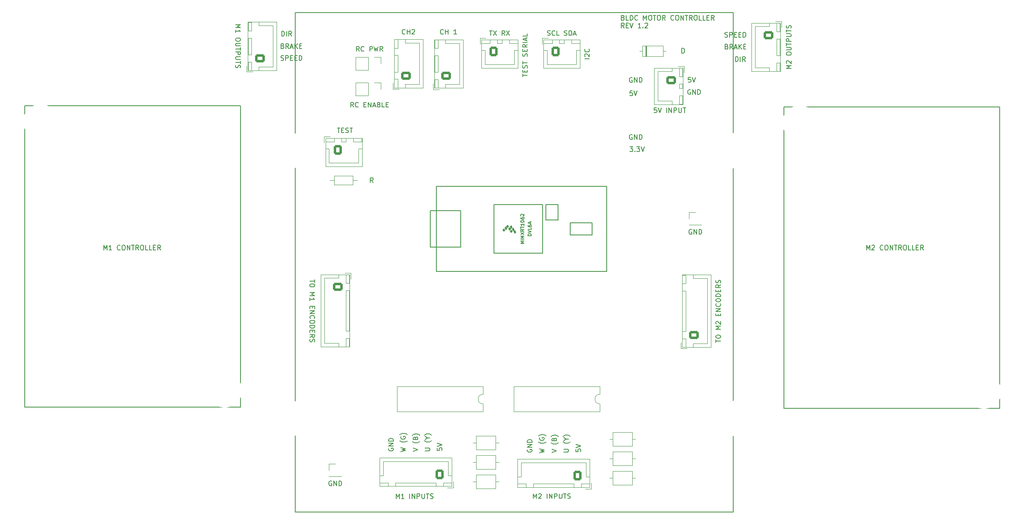
<source format=gto>
%TF.GenerationSoftware,KiCad,Pcbnew,6.0.11-2627ca5db0~126~ubuntu20.04.1*%
%TF.CreationDate,2023-03-05T11:35:36-05:00*%
%TF.ProjectId,ScooterBLDCMotorController,53636f6f-7465-4724-924c-44434d6f746f,rev?*%
%TF.SameCoordinates,Original*%
%TF.FileFunction,Legend,Top*%
%TF.FilePolarity,Positive*%
%FSLAX46Y46*%
G04 Gerber Fmt 4.6, Leading zero omitted, Abs format (unit mm)*
G04 Created by KiCad (PCBNEW 6.0.11-2627ca5db0~126~ubuntu20.04.1) date 2023-03-05 11:35:36*
%MOMM*%
%LPD*%
G01*
G04 APERTURE LIST*
G04 Aperture macros list*
%AMRoundRect*
0 Rectangle with rounded corners*
0 $1 Rounding radius*
0 $2 $3 $4 $5 $6 $7 $8 $9 X,Y pos of 4 corners*
0 Add a 4 corners polygon primitive as box body*
4,1,4,$2,$3,$4,$5,$6,$7,$8,$9,$2,$3,0*
0 Add four circle primitives for the rounded corners*
1,1,$1+$1,$2,$3*
1,1,$1+$1,$4,$5*
1,1,$1+$1,$6,$7*
1,1,$1+$1,$8,$9*
0 Add four rect primitives between the rounded corners*
20,1,$1+$1,$2,$3,$4,$5,0*
20,1,$1+$1,$4,$5,$6,$7,0*
20,1,$1+$1,$6,$7,$8,$9,0*
20,1,$1+$1,$8,$9,$2,$3,0*%
G04 Aperture macros list end*
%ADD10C,0.150000*%
%ADD11C,0.120000*%
%ADD12C,0.100000*%
%ADD13R,1.700000X1.700000*%
%ADD14C,1.524000*%
%ADD15C,1.600000*%
%ADD16R,1.524000X1.524000*%
%ADD17RoundRect,0.250000X0.600000X0.725000X-0.600000X0.725000X-0.600000X-0.725000X0.600000X-0.725000X0*%
%ADD18O,1.700000X1.950000*%
%ADD19C,8.500000*%
%ADD20O,1.600000X1.600000*%
%ADD21C,7.200000*%
%ADD22RoundRect,0.250000X0.725000X-0.600000X0.725000X0.600000X-0.725000X0.600000X-0.725000X-0.600000X0*%
%ADD23O,1.950000X1.700000*%
%ADD24RoundRect,0.250000X-0.750000X0.600000X-0.750000X-0.600000X0.750000X-0.600000X0.750000X0.600000X0*%
%ADD25O,2.000000X1.700000*%
%ADD26C,9.200000*%
%ADD27RoundRect,0.250000X-0.600000X-0.750000X0.600000X-0.750000X0.600000X0.750000X-0.600000X0.750000X0*%
%ADD28O,1.700000X2.000000*%
%ADD29C,1.400000*%
%ADD30O,1.400000X1.400000*%
%ADD31R,1.600000X1.600000*%
%ADD32O,1.700000X1.700000*%
%ADD33RoundRect,0.250000X-0.725000X0.600000X-0.725000X-0.600000X0.725000X-0.600000X0.725000X0.600000X0*%
G04 APERTURE END LIST*
D10*
X110744095Y-137676000D02*
X110648857Y-137628380D01*
X110506000Y-137628380D01*
X110363142Y-137676000D01*
X110267904Y-137771238D01*
X110220285Y-137866476D01*
X110172666Y-138056952D01*
X110172666Y-138199809D01*
X110220285Y-138390285D01*
X110267904Y-138485523D01*
X110363142Y-138580761D01*
X110506000Y-138628380D01*
X110601238Y-138628380D01*
X110744095Y-138580761D01*
X110791714Y-138533142D01*
X110791714Y-138199809D01*
X110601238Y-138199809D01*
X111220285Y-138628380D02*
X111220285Y-137628380D01*
X111791714Y-138628380D01*
X111791714Y-137628380D01*
X112267904Y-138628380D02*
X112267904Y-137628380D01*
X112506000Y-137628380D01*
X112648857Y-137676000D01*
X112744095Y-137771238D01*
X112791714Y-137866476D01*
X112839333Y-138056952D01*
X112839333Y-138199809D01*
X112791714Y-138390285D01*
X112744095Y-138485523D01*
X112648857Y-138580761D01*
X112506000Y-138628380D01*
X112267904Y-138628380D01*
X185928095Y-85098000D02*
X185832857Y-85050380D01*
X185690000Y-85050380D01*
X185547142Y-85098000D01*
X185451904Y-85193238D01*
X185404285Y-85288476D01*
X185356666Y-85478952D01*
X185356666Y-85621809D01*
X185404285Y-85812285D01*
X185451904Y-85907523D01*
X185547142Y-86002761D01*
X185690000Y-86050380D01*
X185785238Y-86050380D01*
X185928095Y-86002761D01*
X185975714Y-85955142D01*
X185975714Y-85621809D01*
X185785238Y-85621809D01*
X186404285Y-86050380D02*
X186404285Y-85050380D01*
X186975714Y-86050380D01*
X186975714Y-85050380D01*
X187451904Y-86050380D02*
X187451904Y-85050380D01*
X187690000Y-85050380D01*
X187832857Y-85098000D01*
X187928095Y-85193238D01*
X187975714Y-85288476D01*
X188023333Y-85478952D01*
X188023333Y-85621809D01*
X187975714Y-85812285D01*
X187928095Y-85907523D01*
X187832857Y-86002761D01*
X187690000Y-86050380D01*
X187451904Y-86050380D01*
X173021809Y-67778380D02*
X173640857Y-67778380D01*
X173307523Y-68159333D01*
X173450380Y-68159333D01*
X173545619Y-68206952D01*
X173593238Y-68254571D01*
X173640857Y-68349809D01*
X173640857Y-68587904D01*
X173593238Y-68683142D01*
X173545619Y-68730761D01*
X173450380Y-68778380D01*
X173164666Y-68778380D01*
X173069428Y-68730761D01*
X173021809Y-68683142D01*
X174069428Y-68683142D02*
X174117047Y-68730761D01*
X174069428Y-68778380D01*
X174021809Y-68730761D01*
X174069428Y-68683142D01*
X174069428Y-68778380D01*
X174450380Y-67778380D02*
X175069428Y-67778380D01*
X174736095Y-68159333D01*
X174878952Y-68159333D01*
X174974190Y-68206952D01*
X175021809Y-68254571D01*
X175069428Y-68349809D01*
X175069428Y-68587904D01*
X175021809Y-68683142D01*
X174974190Y-68730761D01*
X174878952Y-68778380D01*
X174593238Y-68778380D01*
X174498000Y-68730761D01*
X174450380Y-68683142D01*
X175355142Y-67778380D02*
X175688476Y-68778380D01*
X176021809Y-67778380D01*
X173482095Y-65286000D02*
X173386857Y-65238380D01*
X173244000Y-65238380D01*
X173101142Y-65286000D01*
X173005904Y-65381238D01*
X172958285Y-65476476D01*
X172910666Y-65666952D01*
X172910666Y-65809809D01*
X172958285Y-66000285D01*
X173005904Y-66095523D01*
X173101142Y-66190761D01*
X173244000Y-66238380D01*
X173339238Y-66238380D01*
X173482095Y-66190761D01*
X173529714Y-66143142D01*
X173529714Y-65809809D01*
X173339238Y-65809809D01*
X173958285Y-66238380D02*
X173958285Y-65238380D01*
X174529714Y-66238380D01*
X174529714Y-65238380D01*
X175005904Y-66238380D02*
X175005904Y-65238380D01*
X175244000Y-65238380D01*
X175386857Y-65286000D01*
X175482095Y-65381238D01*
X175529714Y-65476476D01*
X175577333Y-65666952D01*
X175577333Y-65809809D01*
X175529714Y-66000285D01*
X175482095Y-66095523D01*
X175386857Y-66190761D01*
X175244000Y-66238380D01*
X175005904Y-66238380D01*
X173482095Y-53348000D02*
X173386857Y-53300380D01*
X173244000Y-53300380D01*
X173101142Y-53348000D01*
X173005904Y-53443238D01*
X172958285Y-53538476D01*
X172910666Y-53728952D01*
X172910666Y-53871809D01*
X172958285Y-54062285D01*
X173005904Y-54157523D01*
X173101142Y-54252761D01*
X173244000Y-54300380D01*
X173339238Y-54300380D01*
X173482095Y-54252761D01*
X173529714Y-54205142D01*
X173529714Y-53871809D01*
X173339238Y-53871809D01*
X173958285Y-54300380D02*
X173958285Y-53300380D01*
X174529714Y-54300380D01*
X174529714Y-53300380D01*
X175005904Y-54300380D02*
X175005904Y-53300380D01*
X175244000Y-53300380D01*
X175386857Y-53348000D01*
X175482095Y-53443238D01*
X175529714Y-53538476D01*
X175577333Y-53728952D01*
X175577333Y-53871809D01*
X175529714Y-54062285D01*
X175482095Y-54157523D01*
X175386857Y-54252761D01*
X175244000Y-54300380D01*
X175005904Y-54300380D01*
X173545523Y-56094380D02*
X173069333Y-56094380D01*
X173021714Y-56570571D01*
X173069333Y-56522952D01*
X173164571Y-56475333D01*
X173402666Y-56475333D01*
X173497904Y-56522952D01*
X173545523Y-56570571D01*
X173593142Y-56665809D01*
X173593142Y-56903904D01*
X173545523Y-56999142D01*
X173497904Y-57046761D01*
X173402666Y-57094380D01*
X173164571Y-57094380D01*
X173069333Y-57046761D01*
X173021714Y-56999142D01*
X173878857Y-56094380D02*
X174212190Y-57094380D01*
X174545523Y-56094380D01*
X194564000Y-144145000D02*
X103124000Y-144145000D01*
X103124000Y-144145000D02*
X103124000Y-39751000D01*
X103124000Y-39751000D02*
X194564000Y-39751000D01*
X194564000Y-39751000D02*
X194564000Y-144145000D01*
X205190000Y-59428000D02*
X250190000Y-59428000D01*
X250190000Y-59428000D02*
X250190000Y-122428000D01*
X250190000Y-122428000D02*
X205190000Y-122428000D01*
X205190000Y-122428000D02*
X205190000Y-59428000D01*
X46694000Y-59178000D02*
X91694000Y-59178000D01*
X91694000Y-59178000D02*
X91694000Y-122178000D01*
X91694000Y-122178000D02*
X46694000Y-122178000D01*
X46694000Y-122178000D02*
X46694000Y-59178000D01*
X154138380Y-131770190D02*
X155138380Y-131532095D01*
X154424095Y-131341619D01*
X155138380Y-131151142D01*
X154138380Y-130913047D01*
X155519333Y-129484476D02*
X155471714Y-129532095D01*
X155328857Y-129627333D01*
X155233619Y-129674952D01*
X155090761Y-129722571D01*
X154852666Y-129770190D01*
X154662190Y-129770190D01*
X154424095Y-129722571D01*
X154281238Y-129674952D01*
X154186000Y-129627333D01*
X154043142Y-129532095D01*
X153995523Y-129484476D01*
X154186000Y-128579714D02*
X154138380Y-128674952D01*
X154138380Y-128817809D01*
X154186000Y-128960666D01*
X154281238Y-129055904D01*
X154376476Y-129103523D01*
X154566952Y-129151142D01*
X154709809Y-129151142D01*
X154900285Y-129103523D01*
X154995523Y-129055904D01*
X155090761Y-128960666D01*
X155138380Y-128817809D01*
X155138380Y-128722571D01*
X155090761Y-128579714D01*
X155043142Y-128532095D01*
X154709809Y-128532095D01*
X154709809Y-128722571D01*
X155519333Y-128198761D02*
X155471714Y-128151142D01*
X155328857Y-128055904D01*
X155233619Y-128008285D01*
X155090761Y-127960666D01*
X154852666Y-127913047D01*
X154662190Y-127913047D01*
X154424095Y-127960666D01*
X154281238Y-128008285D01*
X154186000Y-128055904D01*
X154043142Y-128151142D01*
X153995523Y-128198761D01*
X195071000Y-49942380D02*
X195071000Y-48942380D01*
X195309095Y-48942380D01*
X195451952Y-48990000D01*
X195547190Y-49085238D01*
X195594809Y-49180476D01*
X195642428Y-49370952D01*
X195642428Y-49513809D01*
X195594809Y-49704285D01*
X195547190Y-49799523D01*
X195451952Y-49894761D01*
X195309095Y-49942380D01*
X195071000Y-49942380D01*
X196071000Y-49942380D02*
X196071000Y-48942380D01*
X197118619Y-49942380D02*
X196785285Y-49466190D01*
X196547190Y-49942380D02*
X196547190Y-48942380D01*
X196928142Y-48942380D01*
X197023380Y-48990000D01*
X197071000Y-49037619D01*
X197118619Y-49132857D01*
X197118619Y-49275714D01*
X197071000Y-49370952D01*
X197023380Y-49418571D01*
X196928142Y-49466190D01*
X196547190Y-49466190D01*
X143716952Y-43504380D02*
X144288380Y-43504380D01*
X144002666Y-44504380D02*
X144002666Y-43504380D01*
X144526476Y-43504380D02*
X145193142Y-44504380D01*
X145193142Y-43504380D02*
X144526476Y-44504380D01*
X146907428Y-44504380D02*
X146574095Y-44028190D01*
X146336000Y-44504380D02*
X146336000Y-43504380D01*
X146716952Y-43504380D01*
X146812190Y-43552000D01*
X146859809Y-43599619D01*
X146907428Y-43694857D01*
X146907428Y-43837714D01*
X146859809Y-43932952D01*
X146812190Y-43980571D01*
X146716952Y-44028190D01*
X146336000Y-44028190D01*
X147240761Y-43504380D02*
X147907428Y-44504380D01*
X147907428Y-43504380D02*
X147240761Y-44504380D01*
X155813809Y-44456761D02*
X155956666Y-44504380D01*
X156194761Y-44504380D01*
X156290000Y-44456761D01*
X156337619Y-44409142D01*
X156385238Y-44313904D01*
X156385238Y-44218666D01*
X156337619Y-44123428D01*
X156290000Y-44075809D01*
X156194761Y-44028190D01*
X156004285Y-43980571D01*
X155909047Y-43932952D01*
X155861428Y-43885333D01*
X155813809Y-43790095D01*
X155813809Y-43694857D01*
X155861428Y-43599619D01*
X155909047Y-43552000D01*
X156004285Y-43504380D01*
X156242380Y-43504380D01*
X156385238Y-43552000D01*
X157385238Y-44409142D02*
X157337619Y-44456761D01*
X157194761Y-44504380D01*
X157099523Y-44504380D01*
X156956666Y-44456761D01*
X156861428Y-44361523D01*
X156813809Y-44266285D01*
X156766190Y-44075809D01*
X156766190Y-43932952D01*
X156813809Y-43742476D01*
X156861428Y-43647238D01*
X156956666Y-43552000D01*
X157099523Y-43504380D01*
X157194761Y-43504380D01*
X157337619Y-43552000D01*
X157385238Y-43599619D01*
X158290000Y-44504380D02*
X157813809Y-44504380D01*
X157813809Y-43504380D01*
X159337619Y-44456761D02*
X159480476Y-44504380D01*
X159718571Y-44504380D01*
X159813809Y-44456761D01*
X159861428Y-44409142D01*
X159909047Y-44313904D01*
X159909047Y-44218666D01*
X159861428Y-44123428D01*
X159813809Y-44075809D01*
X159718571Y-44028190D01*
X159528095Y-43980571D01*
X159432857Y-43932952D01*
X159385238Y-43885333D01*
X159337619Y-43790095D01*
X159337619Y-43694857D01*
X159385238Y-43599619D01*
X159432857Y-43552000D01*
X159528095Y-43504380D01*
X159766190Y-43504380D01*
X159909047Y-43552000D01*
X160337619Y-44504380D02*
X160337619Y-43504380D01*
X160575714Y-43504380D01*
X160718571Y-43552000D01*
X160813809Y-43647238D01*
X160861428Y-43742476D01*
X160909047Y-43932952D01*
X160909047Y-44075809D01*
X160861428Y-44266285D01*
X160813809Y-44361523D01*
X160718571Y-44456761D01*
X160575714Y-44504380D01*
X160337619Y-44504380D01*
X161290000Y-44218666D02*
X161766190Y-44218666D01*
X161194761Y-44504380D02*
X161528095Y-43504380D01*
X161861428Y-44504380D01*
X134096571Y-44155142D02*
X134048952Y-44202761D01*
X133906095Y-44250380D01*
X133810857Y-44250380D01*
X133668000Y-44202761D01*
X133572761Y-44107523D01*
X133525142Y-44012285D01*
X133477523Y-43821809D01*
X133477523Y-43678952D01*
X133525142Y-43488476D01*
X133572761Y-43393238D01*
X133668000Y-43298000D01*
X133810857Y-43250380D01*
X133906095Y-43250380D01*
X134048952Y-43298000D01*
X134096571Y-43345619D01*
X134525142Y-44250380D02*
X134525142Y-43250380D01*
X134525142Y-43726571D02*
X135096571Y-43726571D01*
X135096571Y-44250380D02*
X135096571Y-43250380D01*
X136858476Y-44250380D02*
X136287047Y-44250380D01*
X136572761Y-44250380D02*
X136572761Y-43250380D01*
X136477523Y-43393238D01*
X136382285Y-43488476D01*
X136287047Y-43536095D01*
X63183238Y-89352380D02*
X63183238Y-88352380D01*
X63516571Y-89066666D01*
X63849904Y-88352380D01*
X63849904Y-89352380D01*
X64849904Y-89352380D02*
X64278476Y-89352380D01*
X64564190Y-89352380D02*
X64564190Y-88352380D01*
X64468952Y-88495238D01*
X64373714Y-88590476D01*
X64278476Y-88638095D01*
X66611809Y-89257142D02*
X66564190Y-89304761D01*
X66421333Y-89352380D01*
X66326095Y-89352380D01*
X66183238Y-89304761D01*
X66088000Y-89209523D01*
X66040380Y-89114285D01*
X65992761Y-88923809D01*
X65992761Y-88780952D01*
X66040380Y-88590476D01*
X66088000Y-88495238D01*
X66183238Y-88400000D01*
X66326095Y-88352380D01*
X66421333Y-88352380D01*
X66564190Y-88400000D01*
X66611809Y-88447619D01*
X67230857Y-88352380D02*
X67421333Y-88352380D01*
X67516571Y-88400000D01*
X67611809Y-88495238D01*
X67659428Y-88685714D01*
X67659428Y-89019047D01*
X67611809Y-89209523D01*
X67516571Y-89304761D01*
X67421333Y-89352380D01*
X67230857Y-89352380D01*
X67135619Y-89304761D01*
X67040380Y-89209523D01*
X66992761Y-89019047D01*
X66992761Y-88685714D01*
X67040380Y-88495238D01*
X67135619Y-88400000D01*
X67230857Y-88352380D01*
X68088000Y-89352380D02*
X68088000Y-88352380D01*
X68659428Y-89352380D01*
X68659428Y-88352380D01*
X68992761Y-88352380D02*
X69564190Y-88352380D01*
X69278476Y-89352380D02*
X69278476Y-88352380D01*
X70468952Y-89352380D02*
X70135619Y-88876190D01*
X69897523Y-89352380D02*
X69897523Y-88352380D01*
X70278476Y-88352380D01*
X70373714Y-88400000D01*
X70421333Y-88447619D01*
X70468952Y-88542857D01*
X70468952Y-88685714D01*
X70421333Y-88780952D01*
X70373714Y-88828571D01*
X70278476Y-88876190D01*
X69897523Y-88876190D01*
X71088000Y-88352380D02*
X71278476Y-88352380D01*
X71373714Y-88400000D01*
X71468952Y-88495238D01*
X71516571Y-88685714D01*
X71516571Y-89019047D01*
X71468952Y-89209523D01*
X71373714Y-89304761D01*
X71278476Y-89352380D01*
X71088000Y-89352380D01*
X70992761Y-89304761D01*
X70897523Y-89209523D01*
X70849904Y-89019047D01*
X70849904Y-88685714D01*
X70897523Y-88495238D01*
X70992761Y-88400000D01*
X71088000Y-88352380D01*
X72421333Y-89352380D02*
X71945142Y-89352380D01*
X71945142Y-88352380D01*
X73230857Y-89352380D02*
X72754666Y-89352380D01*
X72754666Y-88352380D01*
X73564190Y-88828571D02*
X73897523Y-88828571D01*
X74040380Y-89352380D02*
X73564190Y-89352380D01*
X73564190Y-88352380D01*
X74040380Y-88352380D01*
X75040380Y-89352380D02*
X74707047Y-88876190D01*
X74468952Y-89352380D02*
X74468952Y-88352380D01*
X74849904Y-88352380D01*
X74945142Y-88400000D01*
X74992761Y-88447619D01*
X75040380Y-88542857D01*
X75040380Y-88685714D01*
X74992761Y-88780952D01*
X74945142Y-88828571D01*
X74849904Y-88876190D01*
X74468952Y-88876190D01*
X152884666Y-141278380D02*
X152884666Y-140278380D01*
X153218000Y-140992666D01*
X153551333Y-140278380D01*
X153551333Y-141278380D01*
X153979904Y-140373619D02*
X154027523Y-140326000D01*
X154122761Y-140278380D01*
X154360857Y-140278380D01*
X154456095Y-140326000D01*
X154503714Y-140373619D01*
X154551333Y-140468857D01*
X154551333Y-140564095D01*
X154503714Y-140706952D01*
X153932285Y-141278380D01*
X154551333Y-141278380D01*
X155741809Y-141278380D02*
X155741809Y-140278380D01*
X156218000Y-141278380D02*
X156218000Y-140278380D01*
X156789428Y-141278380D01*
X156789428Y-140278380D01*
X157265619Y-141278380D02*
X157265619Y-140278380D01*
X157646571Y-140278380D01*
X157741809Y-140326000D01*
X157789428Y-140373619D01*
X157837047Y-140468857D01*
X157837047Y-140611714D01*
X157789428Y-140706952D01*
X157741809Y-140754571D01*
X157646571Y-140802190D01*
X157265619Y-140802190D01*
X158265619Y-140278380D02*
X158265619Y-141087904D01*
X158313238Y-141183142D01*
X158360857Y-141230761D01*
X158456095Y-141278380D01*
X158646571Y-141278380D01*
X158741809Y-141230761D01*
X158789428Y-141183142D01*
X158837047Y-141087904D01*
X158837047Y-140278380D01*
X159170380Y-140278380D02*
X159741809Y-140278380D01*
X159456095Y-141278380D02*
X159456095Y-140278380D01*
X160027523Y-141230761D02*
X160170380Y-141278380D01*
X160408476Y-141278380D01*
X160503714Y-141230761D01*
X160551333Y-141183142D01*
X160598952Y-141087904D01*
X160598952Y-140992666D01*
X160551333Y-140897428D01*
X160503714Y-140849809D01*
X160408476Y-140802190D01*
X160218000Y-140754571D01*
X160122761Y-140706952D01*
X160075142Y-140659333D01*
X160027523Y-140564095D01*
X160027523Y-140468857D01*
X160075142Y-140373619D01*
X160122761Y-140326000D01*
X160218000Y-140278380D01*
X160456095Y-140278380D01*
X160598952Y-140326000D01*
X107227619Y-95560380D02*
X107227619Y-96131809D01*
X106227619Y-95846095D02*
X107227619Y-95846095D01*
X107227619Y-96655619D02*
X107227619Y-96846095D01*
X107180000Y-96941333D01*
X107084761Y-97036571D01*
X106894285Y-97084190D01*
X106560952Y-97084190D01*
X106370476Y-97036571D01*
X106275238Y-96941333D01*
X106227619Y-96846095D01*
X106227619Y-96655619D01*
X106275238Y-96560380D01*
X106370476Y-96465142D01*
X106560952Y-96417523D01*
X106894285Y-96417523D01*
X107084761Y-96465142D01*
X107180000Y-96560380D01*
X107227619Y-96655619D01*
X106227619Y-98274666D02*
X107227619Y-98274666D01*
X106513333Y-98608000D01*
X107227619Y-98941333D01*
X106227619Y-98941333D01*
X106227619Y-99941333D02*
X106227619Y-99369904D01*
X106227619Y-99655619D02*
X107227619Y-99655619D01*
X107084761Y-99560380D01*
X106989523Y-99465142D01*
X106941904Y-99369904D01*
X106751428Y-101131809D02*
X106751428Y-101465142D01*
X106227619Y-101608000D02*
X106227619Y-101131809D01*
X107227619Y-101131809D01*
X107227619Y-101608000D01*
X106227619Y-102036571D02*
X107227619Y-102036571D01*
X106227619Y-102608000D01*
X107227619Y-102608000D01*
X106322857Y-103655619D02*
X106275238Y-103608000D01*
X106227619Y-103465142D01*
X106227619Y-103369904D01*
X106275238Y-103227047D01*
X106370476Y-103131809D01*
X106465714Y-103084190D01*
X106656190Y-103036571D01*
X106799047Y-103036571D01*
X106989523Y-103084190D01*
X107084761Y-103131809D01*
X107180000Y-103227047D01*
X107227619Y-103369904D01*
X107227619Y-103465142D01*
X107180000Y-103608000D01*
X107132380Y-103655619D01*
X107227619Y-104274666D02*
X107227619Y-104465142D01*
X107180000Y-104560380D01*
X107084761Y-104655619D01*
X106894285Y-104703238D01*
X106560952Y-104703238D01*
X106370476Y-104655619D01*
X106275238Y-104560380D01*
X106227619Y-104465142D01*
X106227619Y-104274666D01*
X106275238Y-104179428D01*
X106370476Y-104084190D01*
X106560952Y-104036571D01*
X106894285Y-104036571D01*
X107084761Y-104084190D01*
X107180000Y-104179428D01*
X107227619Y-104274666D01*
X106227619Y-105131809D02*
X107227619Y-105131809D01*
X107227619Y-105369904D01*
X107180000Y-105512761D01*
X107084761Y-105608000D01*
X106989523Y-105655619D01*
X106799047Y-105703238D01*
X106656190Y-105703238D01*
X106465714Y-105655619D01*
X106370476Y-105608000D01*
X106275238Y-105512761D01*
X106227619Y-105369904D01*
X106227619Y-105131809D01*
X106751428Y-106131809D02*
X106751428Y-106465142D01*
X106227619Y-106608000D02*
X106227619Y-106131809D01*
X107227619Y-106131809D01*
X107227619Y-106608000D01*
X106227619Y-107608000D02*
X106703809Y-107274666D01*
X106227619Y-107036571D02*
X107227619Y-107036571D01*
X107227619Y-107417523D01*
X107180000Y-107512761D01*
X107132380Y-107560380D01*
X107037142Y-107608000D01*
X106894285Y-107608000D01*
X106799047Y-107560380D01*
X106751428Y-107512761D01*
X106703809Y-107417523D01*
X106703809Y-107036571D01*
X106275238Y-107988952D02*
X106227619Y-108131809D01*
X106227619Y-108369904D01*
X106275238Y-108465142D01*
X106322857Y-108512761D01*
X106418095Y-108560380D01*
X106513333Y-108560380D01*
X106608571Y-108512761D01*
X106656190Y-108465142D01*
X106703809Y-108369904D01*
X106751428Y-108179428D01*
X106799047Y-108084190D01*
X106846666Y-108036571D01*
X106941904Y-107988952D01*
X107037142Y-107988952D01*
X107132380Y-108036571D01*
X107180000Y-108084190D01*
X107227619Y-108179428D01*
X107227619Y-108417523D01*
X107180000Y-108560380D01*
X206683380Y-51450000D02*
X205683380Y-51450000D01*
X206397666Y-51116666D01*
X205683380Y-50783333D01*
X206683380Y-50783333D01*
X205778619Y-50354761D02*
X205731000Y-50307142D01*
X205683380Y-50211904D01*
X205683380Y-49973809D01*
X205731000Y-49878571D01*
X205778619Y-49830952D01*
X205873857Y-49783333D01*
X205969095Y-49783333D01*
X206111952Y-49830952D01*
X206683380Y-50402380D01*
X206683380Y-49783333D01*
X205683380Y-48402380D02*
X205683380Y-48211904D01*
X205731000Y-48116666D01*
X205826238Y-48021428D01*
X206016714Y-47973809D01*
X206350047Y-47973809D01*
X206540523Y-48021428D01*
X206635761Y-48116666D01*
X206683380Y-48211904D01*
X206683380Y-48402380D01*
X206635761Y-48497619D01*
X206540523Y-48592857D01*
X206350047Y-48640476D01*
X206016714Y-48640476D01*
X205826238Y-48592857D01*
X205731000Y-48497619D01*
X205683380Y-48402380D01*
X205683380Y-47545238D02*
X206492904Y-47545238D01*
X206588142Y-47497619D01*
X206635761Y-47450000D01*
X206683380Y-47354761D01*
X206683380Y-47164285D01*
X206635761Y-47069047D01*
X206588142Y-47021428D01*
X206492904Y-46973809D01*
X205683380Y-46973809D01*
X205683380Y-46640476D02*
X205683380Y-46069047D01*
X206683380Y-46354761D02*
X205683380Y-46354761D01*
X206683380Y-45735714D02*
X205683380Y-45735714D01*
X205683380Y-45354761D01*
X205731000Y-45259523D01*
X205778619Y-45211904D01*
X205873857Y-45164285D01*
X206016714Y-45164285D01*
X206111952Y-45211904D01*
X206159571Y-45259523D01*
X206207190Y-45354761D01*
X206207190Y-45735714D01*
X205683380Y-44735714D02*
X206492904Y-44735714D01*
X206588142Y-44688095D01*
X206635761Y-44640476D01*
X206683380Y-44545238D01*
X206683380Y-44354761D01*
X206635761Y-44259523D01*
X206588142Y-44211904D01*
X206492904Y-44164285D01*
X205683380Y-44164285D01*
X205683380Y-43830952D02*
X205683380Y-43259523D01*
X206683380Y-43545238D02*
X205683380Y-43545238D01*
X206635761Y-42973809D02*
X206683380Y-42830952D01*
X206683380Y-42592857D01*
X206635761Y-42497619D01*
X206588142Y-42450000D01*
X206492904Y-42402380D01*
X206397666Y-42402380D01*
X206302428Y-42450000D01*
X206254809Y-42497619D01*
X206207190Y-42592857D01*
X206159571Y-42783333D01*
X206111952Y-42878571D01*
X206064333Y-42926190D01*
X205969095Y-42973809D01*
X205873857Y-42973809D01*
X205778619Y-42926190D01*
X205731000Y-42878571D01*
X205683380Y-42783333D01*
X205683380Y-42545238D01*
X205731000Y-42402380D01*
X185720523Y-53280380D02*
X185244333Y-53280380D01*
X185196714Y-53756571D01*
X185244333Y-53708952D01*
X185339571Y-53661333D01*
X185577666Y-53661333D01*
X185672904Y-53708952D01*
X185720523Y-53756571D01*
X185768142Y-53851809D01*
X185768142Y-54089904D01*
X185720523Y-54185142D01*
X185672904Y-54232761D01*
X185577666Y-54280380D01*
X185339571Y-54280380D01*
X185244333Y-54232761D01*
X185196714Y-54185142D01*
X186053857Y-53280380D02*
X186387190Y-54280380D01*
X186720523Y-53280380D01*
X222441238Y-89352380D02*
X222441238Y-88352380D01*
X222774571Y-89066666D01*
X223107904Y-88352380D01*
X223107904Y-89352380D01*
X223536476Y-88447619D02*
X223584095Y-88400000D01*
X223679333Y-88352380D01*
X223917428Y-88352380D01*
X224012666Y-88400000D01*
X224060285Y-88447619D01*
X224107904Y-88542857D01*
X224107904Y-88638095D01*
X224060285Y-88780952D01*
X223488857Y-89352380D01*
X224107904Y-89352380D01*
X225869809Y-89257142D02*
X225822190Y-89304761D01*
X225679333Y-89352380D01*
X225584095Y-89352380D01*
X225441238Y-89304761D01*
X225346000Y-89209523D01*
X225298380Y-89114285D01*
X225250761Y-88923809D01*
X225250761Y-88780952D01*
X225298380Y-88590476D01*
X225346000Y-88495238D01*
X225441238Y-88400000D01*
X225584095Y-88352380D01*
X225679333Y-88352380D01*
X225822190Y-88400000D01*
X225869809Y-88447619D01*
X226488857Y-88352380D02*
X226679333Y-88352380D01*
X226774571Y-88400000D01*
X226869809Y-88495238D01*
X226917428Y-88685714D01*
X226917428Y-89019047D01*
X226869809Y-89209523D01*
X226774571Y-89304761D01*
X226679333Y-89352380D01*
X226488857Y-89352380D01*
X226393619Y-89304761D01*
X226298380Y-89209523D01*
X226250761Y-89019047D01*
X226250761Y-88685714D01*
X226298380Y-88495238D01*
X226393619Y-88400000D01*
X226488857Y-88352380D01*
X227346000Y-89352380D02*
X227346000Y-88352380D01*
X227917428Y-89352380D01*
X227917428Y-88352380D01*
X228250761Y-88352380D02*
X228822190Y-88352380D01*
X228536476Y-89352380D02*
X228536476Y-88352380D01*
X229726952Y-89352380D02*
X229393619Y-88876190D01*
X229155523Y-89352380D02*
X229155523Y-88352380D01*
X229536476Y-88352380D01*
X229631714Y-88400000D01*
X229679333Y-88447619D01*
X229726952Y-88542857D01*
X229726952Y-88685714D01*
X229679333Y-88780952D01*
X229631714Y-88828571D01*
X229536476Y-88876190D01*
X229155523Y-88876190D01*
X230346000Y-88352380D02*
X230536476Y-88352380D01*
X230631714Y-88400000D01*
X230726952Y-88495238D01*
X230774571Y-88685714D01*
X230774571Y-89019047D01*
X230726952Y-89209523D01*
X230631714Y-89304761D01*
X230536476Y-89352380D01*
X230346000Y-89352380D01*
X230250761Y-89304761D01*
X230155523Y-89209523D01*
X230107904Y-89019047D01*
X230107904Y-88685714D01*
X230155523Y-88495238D01*
X230250761Y-88400000D01*
X230346000Y-88352380D01*
X231679333Y-89352380D02*
X231203142Y-89352380D01*
X231203142Y-88352380D01*
X232488857Y-89352380D02*
X232012666Y-89352380D01*
X232012666Y-88352380D01*
X232822190Y-88828571D02*
X233155523Y-88828571D01*
X233298380Y-89352380D02*
X232822190Y-89352380D01*
X232822190Y-88352380D01*
X233298380Y-88352380D01*
X234298380Y-89352380D02*
X233965047Y-88876190D01*
X233726952Y-89352380D02*
X233726952Y-88352380D01*
X234107904Y-88352380D01*
X234203142Y-88400000D01*
X234250761Y-88447619D01*
X234298380Y-88542857D01*
X234298380Y-88685714D01*
X234250761Y-88780952D01*
X234203142Y-88828571D01*
X234107904Y-88876190D01*
X233726952Y-88876190D01*
X111942761Y-63824380D02*
X112514190Y-63824380D01*
X112228476Y-64824380D02*
X112228476Y-63824380D01*
X112847523Y-64300571D02*
X113180857Y-64300571D01*
X113323714Y-64824380D02*
X112847523Y-64824380D01*
X112847523Y-63824380D01*
X113323714Y-63824380D01*
X113704666Y-64776761D02*
X113847523Y-64824380D01*
X114085619Y-64824380D01*
X114180857Y-64776761D01*
X114228476Y-64729142D01*
X114276095Y-64633904D01*
X114276095Y-64538666D01*
X114228476Y-64443428D01*
X114180857Y-64395809D01*
X114085619Y-64348190D01*
X113895142Y-64300571D01*
X113799904Y-64252952D01*
X113752285Y-64205333D01*
X113704666Y-64110095D01*
X113704666Y-64014857D01*
X113752285Y-63919619D01*
X113799904Y-63872000D01*
X113895142Y-63824380D01*
X114133238Y-63824380D01*
X114276095Y-63872000D01*
X114561809Y-63824380D02*
X115133238Y-63824380D01*
X114847523Y-64824380D02*
X114847523Y-63824380D01*
X156718380Y-131674952D02*
X157718380Y-131341619D01*
X156718380Y-131008285D01*
X158099333Y-129627333D02*
X158051714Y-129674952D01*
X157908857Y-129770190D01*
X157813619Y-129817809D01*
X157670761Y-129865428D01*
X157432666Y-129913047D01*
X157242190Y-129913047D01*
X157004095Y-129865428D01*
X156861238Y-129817809D01*
X156766000Y-129770190D01*
X156623142Y-129674952D01*
X156575523Y-129627333D01*
X157194571Y-128913047D02*
X157242190Y-128770190D01*
X157289809Y-128722571D01*
X157385047Y-128674952D01*
X157527904Y-128674952D01*
X157623142Y-128722571D01*
X157670761Y-128770190D01*
X157718380Y-128865428D01*
X157718380Y-129246380D01*
X156718380Y-129246380D01*
X156718380Y-128913047D01*
X156766000Y-128817809D01*
X156813619Y-128770190D01*
X156908857Y-128722571D01*
X157004095Y-128722571D01*
X157099333Y-128770190D01*
X157146952Y-128817809D01*
X157194571Y-128913047D01*
X157194571Y-129246380D01*
X158099333Y-128341619D02*
X158051714Y-128294000D01*
X157908857Y-128198761D01*
X157813619Y-128151142D01*
X157670761Y-128103523D01*
X157432666Y-128055904D01*
X157242190Y-128055904D01*
X157004095Y-128103523D01*
X156861238Y-128151142D01*
X156766000Y-128198761D01*
X156623142Y-128294000D01*
X156575523Y-128341619D01*
X125182380Y-131516190D02*
X126182380Y-131278095D01*
X125468095Y-131087619D01*
X126182380Y-130897142D01*
X125182380Y-130659047D01*
X126563333Y-129230476D02*
X126515714Y-129278095D01*
X126372857Y-129373333D01*
X126277619Y-129420952D01*
X126134761Y-129468571D01*
X125896666Y-129516190D01*
X125706190Y-129516190D01*
X125468095Y-129468571D01*
X125325238Y-129420952D01*
X125230000Y-129373333D01*
X125087142Y-129278095D01*
X125039523Y-129230476D01*
X125230000Y-128325714D02*
X125182380Y-128420952D01*
X125182380Y-128563809D01*
X125230000Y-128706666D01*
X125325238Y-128801904D01*
X125420476Y-128849523D01*
X125610952Y-128897142D01*
X125753809Y-128897142D01*
X125944285Y-128849523D01*
X126039523Y-128801904D01*
X126134761Y-128706666D01*
X126182380Y-128563809D01*
X126182380Y-128468571D01*
X126134761Y-128325714D01*
X126087142Y-128278095D01*
X125753809Y-128278095D01*
X125753809Y-128468571D01*
X126563333Y-127944761D02*
X126515714Y-127897142D01*
X126372857Y-127801904D01*
X126277619Y-127754285D01*
X126134761Y-127706666D01*
X125896666Y-127659047D01*
X125706190Y-127659047D01*
X125468095Y-127706666D01*
X125325238Y-127754285D01*
X125230000Y-127801904D01*
X125087142Y-127897142D01*
X125039523Y-127944761D01*
X124222666Y-141295380D02*
X124222666Y-140295380D01*
X124556000Y-141009666D01*
X124889333Y-140295380D01*
X124889333Y-141295380D01*
X125889333Y-141295380D02*
X125317904Y-141295380D01*
X125603619Y-141295380D02*
X125603619Y-140295380D01*
X125508380Y-140438238D01*
X125413142Y-140533476D01*
X125317904Y-140581095D01*
X127079809Y-141295380D02*
X127079809Y-140295380D01*
X127556000Y-141295380D02*
X127556000Y-140295380D01*
X128127428Y-141295380D01*
X128127428Y-140295380D01*
X128603619Y-141295380D02*
X128603619Y-140295380D01*
X128984571Y-140295380D01*
X129079809Y-140343000D01*
X129127428Y-140390619D01*
X129175047Y-140485857D01*
X129175047Y-140628714D01*
X129127428Y-140723952D01*
X129079809Y-140771571D01*
X128984571Y-140819190D01*
X128603619Y-140819190D01*
X129603619Y-140295380D02*
X129603619Y-141104904D01*
X129651238Y-141200142D01*
X129698857Y-141247761D01*
X129794095Y-141295380D01*
X129984571Y-141295380D01*
X130079809Y-141247761D01*
X130127428Y-141200142D01*
X130175047Y-141104904D01*
X130175047Y-140295380D01*
X130508380Y-140295380D02*
X131079809Y-140295380D01*
X130794095Y-141295380D02*
X130794095Y-140295380D01*
X131365523Y-141247761D02*
X131508380Y-141295380D01*
X131746476Y-141295380D01*
X131841714Y-141247761D01*
X131889333Y-141200142D01*
X131936952Y-141104904D01*
X131936952Y-141009666D01*
X131889333Y-140914428D01*
X131841714Y-140866809D01*
X131746476Y-140819190D01*
X131556000Y-140771571D01*
X131460761Y-140723952D01*
X131413142Y-140676333D01*
X131365523Y-140581095D01*
X131365523Y-140485857D01*
X131413142Y-140390619D01*
X131460761Y-140343000D01*
X131556000Y-140295380D01*
X131794095Y-140295380D01*
X131936952Y-140343000D01*
X178600904Y-59630380D02*
X178124714Y-59630380D01*
X178077095Y-60106571D01*
X178124714Y-60058952D01*
X178219952Y-60011333D01*
X178458047Y-60011333D01*
X178553285Y-60058952D01*
X178600904Y-60106571D01*
X178648523Y-60201809D01*
X178648523Y-60439904D01*
X178600904Y-60535142D01*
X178553285Y-60582761D01*
X178458047Y-60630380D01*
X178219952Y-60630380D01*
X178124714Y-60582761D01*
X178077095Y-60535142D01*
X178934238Y-59630380D02*
X179267571Y-60630380D01*
X179600904Y-59630380D01*
X180696142Y-60630380D02*
X180696142Y-59630380D01*
X181172333Y-60630380D02*
X181172333Y-59630380D01*
X181743761Y-60630380D01*
X181743761Y-59630380D01*
X182219952Y-60630380D02*
X182219952Y-59630380D01*
X182600904Y-59630380D01*
X182696142Y-59678000D01*
X182743761Y-59725619D01*
X182791380Y-59820857D01*
X182791380Y-59963714D01*
X182743761Y-60058952D01*
X182696142Y-60106571D01*
X182600904Y-60154190D01*
X182219952Y-60154190D01*
X183219952Y-59630380D02*
X183219952Y-60439904D01*
X183267571Y-60535142D01*
X183315190Y-60582761D01*
X183410428Y-60630380D01*
X183600904Y-60630380D01*
X183696142Y-60582761D01*
X183743761Y-60535142D01*
X183791380Y-60439904D01*
X183791380Y-59630380D01*
X184124714Y-59630380D02*
X184696142Y-59630380D01*
X184410428Y-60630380D02*
X184410428Y-59630380D01*
X185657095Y-55868000D02*
X185561857Y-55820380D01*
X185419000Y-55820380D01*
X185276142Y-55868000D01*
X185180904Y-55963238D01*
X185133285Y-56058476D01*
X185085666Y-56248952D01*
X185085666Y-56391809D01*
X185133285Y-56582285D01*
X185180904Y-56677523D01*
X185276142Y-56772761D01*
X185419000Y-56820380D01*
X185514238Y-56820380D01*
X185657095Y-56772761D01*
X185704714Y-56725142D01*
X185704714Y-56391809D01*
X185514238Y-56391809D01*
X186133285Y-56820380D02*
X186133285Y-55820380D01*
X186704714Y-56820380D01*
X186704714Y-55820380D01*
X187180904Y-56820380D02*
X187180904Y-55820380D01*
X187419000Y-55820380D01*
X187561857Y-55868000D01*
X187657095Y-55963238D01*
X187704714Y-56058476D01*
X187752333Y-56248952D01*
X187752333Y-56391809D01*
X187704714Y-56582285D01*
X187657095Y-56677523D01*
X187561857Y-56772761D01*
X187419000Y-56820380D01*
X187180904Y-56820380D01*
X130262380Y-131301904D02*
X131071904Y-131301904D01*
X131167142Y-131254285D01*
X131214761Y-131206666D01*
X131262380Y-131111428D01*
X131262380Y-130920952D01*
X131214761Y-130825714D01*
X131167142Y-130778095D01*
X131071904Y-130730476D01*
X130262380Y-130730476D01*
X131643333Y-129206666D02*
X131595714Y-129254285D01*
X131452857Y-129349523D01*
X131357619Y-129397142D01*
X131214761Y-129444761D01*
X130976666Y-129492380D01*
X130786190Y-129492380D01*
X130548095Y-129444761D01*
X130405238Y-129397142D01*
X130310000Y-129349523D01*
X130167142Y-129254285D01*
X130119523Y-129206666D01*
X130786190Y-128635238D02*
X131262380Y-128635238D01*
X130262380Y-128968571D02*
X130786190Y-128635238D01*
X130262380Y-128301904D01*
X131643333Y-128063809D02*
X131595714Y-128016190D01*
X131452857Y-127920952D01*
X131357619Y-127873333D01*
X131214761Y-127825714D01*
X130976666Y-127778095D01*
X130786190Y-127778095D01*
X130548095Y-127825714D01*
X130405238Y-127873333D01*
X130310000Y-127920952D01*
X130167142Y-128016190D01*
X130119523Y-128063809D01*
X159218380Y-131555904D02*
X160027904Y-131555904D01*
X160123142Y-131508285D01*
X160170761Y-131460666D01*
X160218380Y-131365428D01*
X160218380Y-131174952D01*
X160170761Y-131079714D01*
X160123142Y-131032095D01*
X160027904Y-130984476D01*
X159218380Y-130984476D01*
X160599333Y-129460666D02*
X160551714Y-129508285D01*
X160408857Y-129603523D01*
X160313619Y-129651142D01*
X160170761Y-129698761D01*
X159932666Y-129746380D01*
X159742190Y-129746380D01*
X159504095Y-129698761D01*
X159361238Y-129651142D01*
X159266000Y-129603523D01*
X159123142Y-129508285D01*
X159075523Y-129460666D01*
X159742190Y-128889238D02*
X160218380Y-128889238D01*
X159218380Y-129222571D02*
X159742190Y-128889238D01*
X159218380Y-128555904D01*
X160599333Y-128317809D02*
X160551714Y-128270190D01*
X160408857Y-128174952D01*
X160313619Y-128127333D01*
X160170761Y-128079714D01*
X159932666Y-128032095D01*
X159742190Y-128032095D01*
X159504095Y-128079714D01*
X159361238Y-128127333D01*
X159266000Y-128174952D01*
X159123142Y-128270190D01*
X159075523Y-128317809D01*
X161758380Y-131000476D02*
X161758380Y-131476666D01*
X162234571Y-131524285D01*
X162186952Y-131476666D01*
X162139333Y-131381428D01*
X162139333Y-131143333D01*
X162186952Y-131048095D01*
X162234571Y-131000476D01*
X162329809Y-130952857D01*
X162567904Y-130952857D01*
X162663142Y-131000476D01*
X162710761Y-131048095D01*
X162758380Y-131143333D01*
X162758380Y-131381428D01*
X162710761Y-131476666D01*
X162663142Y-131524285D01*
X161758380Y-130667142D02*
X162758380Y-130333809D01*
X161758380Y-130000476D01*
X100552476Y-46704571D02*
X100695333Y-46752190D01*
X100742952Y-46799809D01*
X100790571Y-46895047D01*
X100790571Y-47037904D01*
X100742952Y-47133142D01*
X100695333Y-47180761D01*
X100600095Y-47228380D01*
X100219142Y-47228380D01*
X100219142Y-46228380D01*
X100552476Y-46228380D01*
X100647714Y-46276000D01*
X100695333Y-46323619D01*
X100742952Y-46418857D01*
X100742952Y-46514095D01*
X100695333Y-46609333D01*
X100647714Y-46656952D01*
X100552476Y-46704571D01*
X100219142Y-46704571D01*
X101790571Y-47228380D02*
X101457238Y-46752190D01*
X101219142Y-47228380D02*
X101219142Y-46228380D01*
X101600095Y-46228380D01*
X101695333Y-46276000D01*
X101742952Y-46323619D01*
X101790571Y-46418857D01*
X101790571Y-46561714D01*
X101742952Y-46656952D01*
X101695333Y-46704571D01*
X101600095Y-46752190D01*
X101219142Y-46752190D01*
X102171523Y-46942666D02*
X102647714Y-46942666D01*
X102076285Y-47228380D02*
X102409619Y-46228380D01*
X102742952Y-47228380D01*
X103076285Y-47228380D02*
X103076285Y-46228380D01*
X103647714Y-47228380D02*
X103219142Y-46656952D01*
X103647714Y-46228380D02*
X103076285Y-46799809D01*
X104076285Y-46704571D02*
X104409619Y-46704571D01*
X104552476Y-47228380D02*
X104076285Y-47228380D01*
X104076285Y-46228380D01*
X104552476Y-46228380D01*
X116515142Y-47806380D02*
X116181809Y-47330190D01*
X115943714Y-47806380D02*
X115943714Y-46806380D01*
X116324666Y-46806380D01*
X116419904Y-46854000D01*
X116467523Y-46901619D01*
X116515142Y-46996857D01*
X116515142Y-47139714D01*
X116467523Y-47234952D01*
X116419904Y-47282571D01*
X116324666Y-47330190D01*
X115943714Y-47330190D01*
X117515142Y-47711142D02*
X117467523Y-47758761D01*
X117324666Y-47806380D01*
X117229428Y-47806380D01*
X117086571Y-47758761D01*
X116991333Y-47663523D01*
X116943714Y-47568285D01*
X116896095Y-47377809D01*
X116896095Y-47234952D01*
X116943714Y-47044476D01*
X116991333Y-46949238D01*
X117086571Y-46854000D01*
X117229428Y-46806380D01*
X117324666Y-46806380D01*
X117467523Y-46854000D01*
X117515142Y-46901619D01*
X118705619Y-47806380D02*
X118705619Y-46806380D01*
X119086571Y-46806380D01*
X119181809Y-46854000D01*
X119229428Y-46901619D01*
X119277047Y-46996857D01*
X119277047Y-47139714D01*
X119229428Y-47234952D01*
X119181809Y-47282571D01*
X119086571Y-47330190D01*
X118705619Y-47330190D01*
X119610380Y-46806380D02*
X119848476Y-47806380D01*
X120038952Y-47092095D01*
X120229428Y-47806380D01*
X120467523Y-46806380D01*
X121419904Y-47806380D02*
X121086571Y-47330190D01*
X120848476Y-47806380D02*
X120848476Y-46806380D01*
X121229428Y-46806380D01*
X121324666Y-46854000D01*
X121372285Y-46901619D01*
X121419904Y-46996857D01*
X121419904Y-47139714D01*
X121372285Y-47234952D01*
X121324666Y-47282571D01*
X121229428Y-47330190D01*
X120848476Y-47330190D01*
X190968380Y-108655619D02*
X190968380Y-108084190D01*
X191968380Y-108369904D02*
X190968380Y-108369904D01*
X190968380Y-107560380D02*
X190968380Y-107369904D01*
X191016000Y-107274666D01*
X191111238Y-107179428D01*
X191301714Y-107131809D01*
X191635047Y-107131809D01*
X191825523Y-107179428D01*
X191920761Y-107274666D01*
X191968380Y-107369904D01*
X191968380Y-107560380D01*
X191920761Y-107655619D01*
X191825523Y-107750857D01*
X191635047Y-107798476D01*
X191301714Y-107798476D01*
X191111238Y-107750857D01*
X191016000Y-107655619D01*
X190968380Y-107560380D01*
X191968380Y-105941333D02*
X190968380Y-105941333D01*
X191682666Y-105608000D01*
X190968380Y-105274666D01*
X191968380Y-105274666D01*
X191063619Y-104846095D02*
X191016000Y-104798476D01*
X190968380Y-104703238D01*
X190968380Y-104465142D01*
X191016000Y-104369904D01*
X191063619Y-104322285D01*
X191158857Y-104274666D01*
X191254095Y-104274666D01*
X191396952Y-104322285D01*
X191968380Y-104893714D01*
X191968380Y-104274666D01*
X191444571Y-103084190D02*
X191444571Y-102750857D01*
X191968380Y-102608000D02*
X191968380Y-103084190D01*
X190968380Y-103084190D01*
X190968380Y-102608000D01*
X191968380Y-102179428D02*
X190968380Y-102179428D01*
X191968380Y-101608000D01*
X190968380Y-101608000D01*
X191873142Y-100560380D02*
X191920761Y-100608000D01*
X191968380Y-100750857D01*
X191968380Y-100846095D01*
X191920761Y-100988952D01*
X191825523Y-101084190D01*
X191730285Y-101131809D01*
X191539809Y-101179428D01*
X191396952Y-101179428D01*
X191206476Y-101131809D01*
X191111238Y-101084190D01*
X191016000Y-100988952D01*
X190968380Y-100846095D01*
X190968380Y-100750857D01*
X191016000Y-100608000D01*
X191063619Y-100560380D01*
X190968380Y-99941333D02*
X190968380Y-99750857D01*
X191016000Y-99655619D01*
X191111238Y-99560380D01*
X191301714Y-99512761D01*
X191635047Y-99512761D01*
X191825523Y-99560380D01*
X191920761Y-99655619D01*
X191968380Y-99750857D01*
X191968380Y-99941333D01*
X191920761Y-100036571D01*
X191825523Y-100131809D01*
X191635047Y-100179428D01*
X191301714Y-100179428D01*
X191111238Y-100131809D01*
X191016000Y-100036571D01*
X190968380Y-99941333D01*
X191968380Y-99084190D02*
X190968380Y-99084190D01*
X190968380Y-98846095D01*
X191016000Y-98703238D01*
X191111238Y-98608000D01*
X191206476Y-98560380D01*
X191396952Y-98512761D01*
X191539809Y-98512761D01*
X191730285Y-98560380D01*
X191825523Y-98608000D01*
X191920761Y-98703238D01*
X191968380Y-98846095D01*
X191968380Y-99084190D01*
X191444571Y-98084190D02*
X191444571Y-97750857D01*
X191968380Y-97608000D02*
X191968380Y-98084190D01*
X190968380Y-98084190D01*
X190968380Y-97608000D01*
X191968380Y-96608000D02*
X191492190Y-96941333D01*
X191968380Y-97179428D02*
X190968380Y-97179428D01*
X190968380Y-96798476D01*
X191016000Y-96703238D01*
X191063619Y-96655619D01*
X191158857Y-96608000D01*
X191301714Y-96608000D01*
X191396952Y-96655619D01*
X191444571Y-96703238D01*
X191492190Y-96798476D01*
X191492190Y-97179428D01*
X191920761Y-96227047D02*
X191968380Y-96084190D01*
X191968380Y-95846095D01*
X191920761Y-95750857D01*
X191873142Y-95703238D01*
X191777904Y-95655619D01*
X191682666Y-95655619D01*
X191587428Y-95703238D01*
X191539809Y-95750857D01*
X191492190Y-95846095D01*
X191444571Y-96036571D01*
X191396952Y-96131809D01*
X191349333Y-96179428D01*
X191254095Y-96227047D01*
X191158857Y-96227047D01*
X191063619Y-96179428D01*
X191016000Y-96131809D01*
X190968380Y-96036571D01*
X190968380Y-95798476D01*
X191016000Y-95655619D01*
X126095523Y-44155142D02*
X126047904Y-44202761D01*
X125905047Y-44250380D01*
X125809809Y-44250380D01*
X125666952Y-44202761D01*
X125571714Y-44107523D01*
X125524095Y-44012285D01*
X125476476Y-43821809D01*
X125476476Y-43678952D01*
X125524095Y-43488476D01*
X125571714Y-43393238D01*
X125666952Y-43298000D01*
X125809809Y-43250380D01*
X125905047Y-43250380D01*
X126047904Y-43298000D01*
X126095523Y-43345619D01*
X126524095Y-44250380D02*
X126524095Y-43250380D01*
X126524095Y-43726571D02*
X127095523Y-43726571D01*
X127095523Y-44250380D02*
X127095523Y-43250380D01*
X127524095Y-43345619D02*
X127571714Y-43298000D01*
X127666952Y-43250380D01*
X127905047Y-43250380D01*
X128000285Y-43298000D01*
X128047904Y-43345619D01*
X128095523Y-43440857D01*
X128095523Y-43536095D01*
X128047904Y-43678952D01*
X127476476Y-44250380D01*
X128095523Y-44250380D01*
X119435523Y-75238380D02*
X119102190Y-74762190D01*
X118864095Y-75238380D02*
X118864095Y-74238380D01*
X119245047Y-74238380D01*
X119340285Y-74286000D01*
X119387904Y-74333619D01*
X119435523Y-74428857D01*
X119435523Y-74571714D01*
X119387904Y-74666952D01*
X119340285Y-74714571D01*
X119245047Y-74762190D01*
X118864095Y-74762190D01*
X122690000Y-130809904D02*
X122642380Y-130905142D01*
X122642380Y-131048000D01*
X122690000Y-131190857D01*
X122785238Y-131286095D01*
X122880476Y-131333714D01*
X123070952Y-131381333D01*
X123213809Y-131381333D01*
X123404285Y-131333714D01*
X123499523Y-131286095D01*
X123594761Y-131190857D01*
X123642380Y-131048000D01*
X123642380Y-130952761D01*
X123594761Y-130809904D01*
X123547142Y-130762285D01*
X123213809Y-130762285D01*
X123213809Y-130952761D01*
X123642380Y-130333714D02*
X122642380Y-130333714D01*
X123642380Y-129762285D01*
X122642380Y-129762285D01*
X123642380Y-129286095D02*
X122642380Y-129286095D01*
X122642380Y-129048000D01*
X122690000Y-128905142D01*
X122785238Y-128809904D01*
X122880476Y-128762285D01*
X123070952Y-128714666D01*
X123213809Y-128714666D01*
X123404285Y-128762285D01*
X123499523Y-128809904D01*
X123594761Y-128905142D01*
X123642380Y-129048000D01*
X123642380Y-129286095D01*
X150622380Y-53100190D02*
X150622380Y-52528761D01*
X151622380Y-52814476D02*
X150622380Y-52814476D01*
X151098571Y-52195428D02*
X151098571Y-51862095D01*
X151622380Y-51719238D02*
X151622380Y-52195428D01*
X150622380Y-52195428D01*
X150622380Y-51719238D01*
X151574761Y-51338285D02*
X151622380Y-51195428D01*
X151622380Y-50957333D01*
X151574761Y-50862095D01*
X151527142Y-50814476D01*
X151431904Y-50766857D01*
X151336666Y-50766857D01*
X151241428Y-50814476D01*
X151193809Y-50862095D01*
X151146190Y-50957333D01*
X151098571Y-51147809D01*
X151050952Y-51243047D01*
X151003333Y-51290666D01*
X150908095Y-51338285D01*
X150812857Y-51338285D01*
X150717619Y-51290666D01*
X150670000Y-51243047D01*
X150622380Y-51147809D01*
X150622380Y-50909714D01*
X150670000Y-50766857D01*
X150622380Y-50481142D02*
X150622380Y-49909714D01*
X151622380Y-50195428D02*
X150622380Y-50195428D01*
X151574761Y-48862095D02*
X151622380Y-48719238D01*
X151622380Y-48481142D01*
X151574761Y-48385904D01*
X151527142Y-48338285D01*
X151431904Y-48290666D01*
X151336666Y-48290666D01*
X151241428Y-48338285D01*
X151193809Y-48385904D01*
X151146190Y-48481142D01*
X151098571Y-48671619D01*
X151050952Y-48766857D01*
X151003333Y-48814476D01*
X150908095Y-48862095D01*
X150812857Y-48862095D01*
X150717619Y-48814476D01*
X150670000Y-48766857D01*
X150622380Y-48671619D01*
X150622380Y-48433523D01*
X150670000Y-48290666D01*
X151098571Y-47862095D02*
X151098571Y-47528761D01*
X151622380Y-47385904D02*
X151622380Y-47862095D01*
X150622380Y-47862095D01*
X150622380Y-47385904D01*
X151622380Y-46385904D02*
X151146190Y-46719238D01*
X151622380Y-46957333D02*
X150622380Y-46957333D01*
X150622380Y-46576380D01*
X150670000Y-46481142D01*
X150717619Y-46433523D01*
X150812857Y-46385904D01*
X150955714Y-46385904D01*
X151050952Y-46433523D01*
X151098571Y-46481142D01*
X151146190Y-46576380D01*
X151146190Y-46957333D01*
X151622380Y-45957333D02*
X150622380Y-45957333D01*
X151336666Y-45528761D02*
X151336666Y-45052571D01*
X151622380Y-45624000D02*
X150622380Y-45290666D01*
X151622380Y-44957333D01*
X151622380Y-44147809D02*
X151622380Y-44624000D01*
X150622380Y-44624000D01*
X100346000Y-44648380D02*
X100346000Y-43648380D01*
X100584095Y-43648380D01*
X100726952Y-43696000D01*
X100822190Y-43791238D01*
X100869809Y-43886476D01*
X100917428Y-44076952D01*
X100917428Y-44219809D01*
X100869809Y-44410285D01*
X100822190Y-44505523D01*
X100726952Y-44600761D01*
X100584095Y-44648380D01*
X100346000Y-44648380D01*
X101346000Y-44648380D02*
X101346000Y-43648380D01*
X102393619Y-44648380D02*
X102060285Y-44172190D01*
X101822190Y-44648380D02*
X101822190Y-43648380D01*
X102203142Y-43648380D01*
X102298380Y-43696000D01*
X102346000Y-43743619D01*
X102393619Y-43838857D01*
X102393619Y-43981714D01*
X102346000Y-44076952D01*
X102298380Y-44124571D01*
X102203142Y-44172190D01*
X101822190Y-44172190D01*
X115324666Y-59490380D02*
X114991333Y-59014190D01*
X114753238Y-59490380D02*
X114753238Y-58490380D01*
X115134190Y-58490380D01*
X115229428Y-58538000D01*
X115277047Y-58585619D01*
X115324666Y-58680857D01*
X115324666Y-58823714D01*
X115277047Y-58918952D01*
X115229428Y-58966571D01*
X115134190Y-59014190D01*
X114753238Y-59014190D01*
X116324666Y-59395142D02*
X116277047Y-59442761D01*
X116134190Y-59490380D01*
X116038952Y-59490380D01*
X115896095Y-59442761D01*
X115800857Y-59347523D01*
X115753238Y-59252285D01*
X115705619Y-59061809D01*
X115705619Y-58918952D01*
X115753238Y-58728476D01*
X115800857Y-58633238D01*
X115896095Y-58538000D01*
X116038952Y-58490380D01*
X116134190Y-58490380D01*
X116277047Y-58538000D01*
X116324666Y-58585619D01*
X117515142Y-58966571D02*
X117848476Y-58966571D01*
X117991333Y-59490380D02*
X117515142Y-59490380D01*
X117515142Y-58490380D01*
X117991333Y-58490380D01*
X118419904Y-59490380D02*
X118419904Y-58490380D01*
X118991333Y-59490380D01*
X118991333Y-58490380D01*
X119419904Y-59204666D02*
X119896095Y-59204666D01*
X119324666Y-59490380D02*
X119658000Y-58490380D01*
X119991333Y-59490380D01*
X120658000Y-58966571D02*
X120800857Y-59014190D01*
X120848476Y-59061809D01*
X120896095Y-59157047D01*
X120896095Y-59299904D01*
X120848476Y-59395142D01*
X120800857Y-59442761D01*
X120705619Y-59490380D01*
X120324666Y-59490380D01*
X120324666Y-58490380D01*
X120658000Y-58490380D01*
X120753238Y-58538000D01*
X120800857Y-58585619D01*
X120848476Y-58680857D01*
X120848476Y-58776095D01*
X120800857Y-58871333D01*
X120753238Y-58918952D01*
X120658000Y-58966571D01*
X120324666Y-58966571D01*
X121800857Y-59490380D02*
X121324666Y-59490380D01*
X121324666Y-58490380D01*
X122134190Y-58966571D02*
X122467523Y-58966571D01*
X122610380Y-59490380D02*
X122134190Y-59490380D01*
X122134190Y-58490380D01*
X122610380Y-58490380D01*
X164576380Y-49346190D02*
X163576380Y-49346190D01*
X163671619Y-48917619D02*
X163624000Y-48870000D01*
X163576380Y-48774761D01*
X163576380Y-48536666D01*
X163624000Y-48441428D01*
X163671619Y-48393809D01*
X163766857Y-48346190D01*
X163862095Y-48346190D01*
X164004952Y-48393809D01*
X164576380Y-48965238D01*
X164576380Y-48346190D01*
X164481142Y-47346190D02*
X164528761Y-47393809D01*
X164576380Y-47536666D01*
X164576380Y-47631904D01*
X164528761Y-47774761D01*
X164433523Y-47870000D01*
X164338285Y-47917619D01*
X164147809Y-47965238D01*
X164004952Y-47965238D01*
X163814476Y-47917619D01*
X163719238Y-47870000D01*
X163624000Y-47774761D01*
X163576380Y-47631904D01*
X163576380Y-47536666D01*
X163624000Y-47393809D01*
X163671619Y-47346190D01*
X100171523Y-49680761D02*
X100314380Y-49728380D01*
X100552476Y-49728380D01*
X100647714Y-49680761D01*
X100695333Y-49633142D01*
X100742952Y-49537904D01*
X100742952Y-49442666D01*
X100695333Y-49347428D01*
X100647714Y-49299809D01*
X100552476Y-49252190D01*
X100362000Y-49204571D01*
X100266761Y-49156952D01*
X100219142Y-49109333D01*
X100171523Y-49014095D01*
X100171523Y-48918857D01*
X100219142Y-48823619D01*
X100266761Y-48776000D01*
X100362000Y-48728380D01*
X100600095Y-48728380D01*
X100742952Y-48776000D01*
X101171523Y-49728380D02*
X101171523Y-48728380D01*
X101552476Y-48728380D01*
X101647714Y-48776000D01*
X101695333Y-48823619D01*
X101742952Y-48918857D01*
X101742952Y-49061714D01*
X101695333Y-49156952D01*
X101647714Y-49204571D01*
X101552476Y-49252190D01*
X101171523Y-49252190D01*
X102171523Y-49204571D02*
X102504857Y-49204571D01*
X102647714Y-49728380D02*
X102171523Y-49728380D01*
X102171523Y-48728380D01*
X102647714Y-48728380D01*
X103076285Y-49204571D02*
X103409619Y-49204571D01*
X103552476Y-49728380D02*
X103076285Y-49728380D01*
X103076285Y-48728380D01*
X103552476Y-48728380D01*
X103981047Y-49728380D02*
X103981047Y-48728380D01*
X104219142Y-48728380D01*
X104362000Y-48776000D01*
X104457238Y-48871238D01*
X104504857Y-48966476D01*
X104552476Y-49156952D01*
X104552476Y-49299809D01*
X104504857Y-49490285D01*
X104457238Y-49585523D01*
X104362000Y-49680761D01*
X104219142Y-49728380D01*
X103981047Y-49728380D01*
X90733619Y-42236000D02*
X91733619Y-42236000D01*
X91019333Y-42569333D01*
X91733619Y-42902666D01*
X90733619Y-42902666D01*
X90733619Y-43902666D02*
X90733619Y-43331238D01*
X90733619Y-43616952D02*
X91733619Y-43616952D01*
X91590761Y-43521714D01*
X91495523Y-43426476D01*
X91447904Y-43331238D01*
X91733619Y-45283619D02*
X91733619Y-45474095D01*
X91686000Y-45569333D01*
X91590761Y-45664571D01*
X91400285Y-45712190D01*
X91066952Y-45712190D01*
X90876476Y-45664571D01*
X90781238Y-45569333D01*
X90733619Y-45474095D01*
X90733619Y-45283619D01*
X90781238Y-45188380D01*
X90876476Y-45093142D01*
X91066952Y-45045523D01*
X91400285Y-45045523D01*
X91590761Y-45093142D01*
X91686000Y-45188380D01*
X91733619Y-45283619D01*
X91733619Y-46140761D02*
X90924095Y-46140761D01*
X90828857Y-46188380D01*
X90781238Y-46236000D01*
X90733619Y-46331238D01*
X90733619Y-46521714D01*
X90781238Y-46616952D01*
X90828857Y-46664571D01*
X90924095Y-46712190D01*
X91733619Y-46712190D01*
X91733619Y-47045523D02*
X91733619Y-47616952D01*
X90733619Y-47331238D02*
X91733619Y-47331238D01*
X90733619Y-47950285D02*
X91733619Y-47950285D01*
X91733619Y-48331238D01*
X91686000Y-48426476D01*
X91638380Y-48474095D01*
X91543142Y-48521714D01*
X91400285Y-48521714D01*
X91305047Y-48474095D01*
X91257428Y-48426476D01*
X91209809Y-48331238D01*
X91209809Y-47950285D01*
X91733619Y-48950285D02*
X90924095Y-48950285D01*
X90828857Y-48997904D01*
X90781238Y-49045523D01*
X90733619Y-49140761D01*
X90733619Y-49331238D01*
X90781238Y-49426476D01*
X90828857Y-49474095D01*
X90924095Y-49521714D01*
X91733619Y-49521714D01*
X91733619Y-49855047D02*
X91733619Y-50426476D01*
X90733619Y-50140761D02*
X91733619Y-50140761D01*
X90781238Y-50712190D02*
X90733619Y-50855047D01*
X90733619Y-51093142D01*
X90781238Y-51188380D01*
X90828857Y-51236000D01*
X90924095Y-51283619D01*
X91019333Y-51283619D01*
X91114571Y-51236000D01*
X91162190Y-51188380D01*
X91209809Y-51093142D01*
X91257428Y-50902666D01*
X91305047Y-50807428D01*
X91352666Y-50759809D01*
X91447904Y-50712190D01*
X91543142Y-50712190D01*
X91638380Y-50759809D01*
X91686000Y-50807428D01*
X91733619Y-50902666D01*
X91733619Y-51140761D01*
X91686000Y-51283619D01*
X192864523Y-44814761D02*
X193007380Y-44862380D01*
X193245476Y-44862380D01*
X193340714Y-44814761D01*
X193388333Y-44767142D01*
X193435952Y-44671904D01*
X193435952Y-44576666D01*
X193388333Y-44481428D01*
X193340714Y-44433809D01*
X193245476Y-44386190D01*
X193055000Y-44338571D01*
X192959761Y-44290952D01*
X192912142Y-44243333D01*
X192864523Y-44148095D01*
X192864523Y-44052857D01*
X192912142Y-43957619D01*
X192959761Y-43910000D01*
X193055000Y-43862380D01*
X193293095Y-43862380D01*
X193435952Y-43910000D01*
X193864523Y-44862380D02*
X193864523Y-43862380D01*
X194245476Y-43862380D01*
X194340714Y-43910000D01*
X194388333Y-43957619D01*
X194435952Y-44052857D01*
X194435952Y-44195714D01*
X194388333Y-44290952D01*
X194340714Y-44338571D01*
X194245476Y-44386190D01*
X193864523Y-44386190D01*
X194864523Y-44338571D02*
X195197857Y-44338571D01*
X195340714Y-44862380D02*
X194864523Y-44862380D01*
X194864523Y-43862380D01*
X195340714Y-43862380D01*
X195769285Y-44338571D02*
X196102619Y-44338571D01*
X196245476Y-44862380D02*
X195769285Y-44862380D01*
X195769285Y-43862380D01*
X196245476Y-43862380D01*
X196674047Y-44862380D02*
X196674047Y-43862380D01*
X196912142Y-43862380D01*
X197055000Y-43910000D01*
X197150238Y-44005238D01*
X197197857Y-44100476D01*
X197245476Y-44290952D01*
X197245476Y-44433809D01*
X197197857Y-44624285D01*
X197150238Y-44719523D01*
X197055000Y-44814761D01*
X196912142Y-44862380D01*
X196674047Y-44862380D01*
X132802380Y-130746476D02*
X132802380Y-131222666D01*
X133278571Y-131270285D01*
X133230952Y-131222666D01*
X133183333Y-131127428D01*
X133183333Y-130889333D01*
X133230952Y-130794095D01*
X133278571Y-130746476D01*
X133373809Y-130698857D01*
X133611904Y-130698857D01*
X133707142Y-130746476D01*
X133754761Y-130794095D01*
X133802380Y-130889333D01*
X133802380Y-131127428D01*
X133754761Y-131222666D01*
X133707142Y-131270285D01*
X132802380Y-130413142D02*
X133802380Y-130079809D01*
X132802380Y-129746476D01*
X171610928Y-40779571D02*
X171753785Y-40827190D01*
X171801404Y-40874809D01*
X171849023Y-40970047D01*
X171849023Y-41112904D01*
X171801404Y-41208142D01*
X171753785Y-41255761D01*
X171658547Y-41303380D01*
X171277595Y-41303380D01*
X171277595Y-40303380D01*
X171610928Y-40303380D01*
X171706166Y-40351000D01*
X171753785Y-40398619D01*
X171801404Y-40493857D01*
X171801404Y-40589095D01*
X171753785Y-40684333D01*
X171706166Y-40731952D01*
X171610928Y-40779571D01*
X171277595Y-40779571D01*
X172753785Y-41303380D02*
X172277595Y-41303380D01*
X172277595Y-40303380D01*
X173087119Y-41303380D02*
X173087119Y-40303380D01*
X173325214Y-40303380D01*
X173468071Y-40351000D01*
X173563309Y-40446238D01*
X173610928Y-40541476D01*
X173658547Y-40731952D01*
X173658547Y-40874809D01*
X173610928Y-41065285D01*
X173563309Y-41160523D01*
X173468071Y-41255761D01*
X173325214Y-41303380D01*
X173087119Y-41303380D01*
X174658547Y-41208142D02*
X174610928Y-41255761D01*
X174468071Y-41303380D01*
X174372833Y-41303380D01*
X174229976Y-41255761D01*
X174134738Y-41160523D01*
X174087119Y-41065285D01*
X174039500Y-40874809D01*
X174039500Y-40731952D01*
X174087119Y-40541476D01*
X174134738Y-40446238D01*
X174229976Y-40351000D01*
X174372833Y-40303380D01*
X174468071Y-40303380D01*
X174610928Y-40351000D01*
X174658547Y-40398619D01*
X175849023Y-41303380D02*
X175849023Y-40303380D01*
X176182357Y-41017666D01*
X176515690Y-40303380D01*
X176515690Y-41303380D01*
X177182357Y-40303380D02*
X177372833Y-40303380D01*
X177468071Y-40351000D01*
X177563309Y-40446238D01*
X177610928Y-40636714D01*
X177610928Y-40970047D01*
X177563309Y-41160523D01*
X177468071Y-41255761D01*
X177372833Y-41303380D01*
X177182357Y-41303380D01*
X177087119Y-41255761D01*
X176991880Y-41160523D01*
X176944261Y-40970047D01*
X176944261Y-40636714D01*
X176991880Y-40446238D01*
X177087119Y-40351000D01*
X177182357Y-40303380D01*
X177896642Y-40303380D02*
X178468071Y-40303380D01*
X178182357Y-41303380D02*
X178182357Y-40303380D01*
X178991880Y-40303380D02*
X179182357Y-40303380D01*
X179277595Y-40351000D01*
X179372833Y-40446238D01*
X179420452Y-40636714D01*
X179420452Y-40970047D01*
X179372833Y-41160523D01*
X179277595Y-41255761D01*
X179182357Y-41303380D01*
X178991880Y-41303380D01*
X178896642Y-41255761D01*
X178801404Y-41160523D01*
X178753785Y-40970047D01*
X178753785Y-40636714D01*
X178801404Y-40446238D01*
X178896642Y-40351000D01*
X178991880Y-40303380D01*
X180420452Y-41303380D02*
X180087119Y-40827190D01*
X179849023Y-41303380D02*
X179849023Y-40303380D01*
X180229976Y-40303380D01*
X180325214Y-40351000D01*
X180372833Y-40398619D01*
X180420452Y-40493857D01*
X180420452Y-40636714D01*
X180372833Y-40731952D01*
X180325214Y-40779571D01*
X180229976Y-40827190D01*
X179849023Y-40827190D01*
X182182357Y-41208142D02*
X182134738Y-41255761D01*
X181991880Y-41303380D01*
X181896642Y-41303380D01*
X181753785Y-41255761D01*
X181658547Y-41160523D01*
X181610928Y-41065285D01*
X181563309Y-40874809D01*
X181563309Y-40731952D01*
X181610928Y-40541476D01*
X181658547Y-40446238D01*
X181753785Y-40351000D01*
X181896642Y-40303380D01*
X181991880Y-40303380D01*
X182134738Y-40351000D01*
X182182357Y-40398619D01*
X182801404Y-40303380D02*
X182991880Y-40303380D01*
X183087119Y-40351000D01*
X183182357Y-40446238D01*
X183229976Y-40636714D01*
X183229976Y-40970047D01*
X183182357Y-41160523D01*
X183087119Y-41255761D01*
X182991880Y-41303380D01*
X182801404Y-41303380D01*
X182706166Y-41255761D01*
X182610928Y-41160523D01*
X182563309Y-40970047D01*
X182563309Y-40636714D01*
X182610928Y-40446238D01*
X182706166Y-40351000D01*
X182801404Y-40303380D01*
X183658547Y-41303380D02*
X183658547Y-40303380D01*
X184229976Y-41303380D01*
X184229976Y-40303380D01*
X184563309Y-40303380D02*
X185134738Y-40303380D01*
X184849023Y-41303380D02*
X184849023Y-40303380D01*
X186039500Y-41303380D02*
X185706166Y-40827190D01*
X185468071Y-41303380D02*
X185468071Y-40303380D01*
X185849023Y-40303380D01*
X185944261Y-40351000D01*
X185991880Y-40398619D01*
X186039500Y-40493857D01*
X186039500Y-40636714D01*
X185991880Y-40731952D01*
X185944261Y-40779571D01*
X185849023Y-40827190D01*
X185468071Y-40827190D01*
X186658547Y-40303380D02*
X186849023Y-40303380D01*
X186944261Y-40351000D01*
X187039500Y-40446238D01*
X187087119Y-40636714D01*
X187087119Y-40970047D01*
X187039500Y-41160523D01*
X186944261Y-41255761D01*
X186849023Y-41303380D01*
X186658547Y-41303380D01*
X186563309Y-41255761D01*
X186468071Y-41160523D01*
X186420452Y-40970047D01*
X186420452Y-40636714D01*
X186468071Y-40446238D01*
X186563309Y-40351000D01*
X186658547Y-40303380D01*
X187991880Y-41303380D02*
X187515690Y-41303380D01*
X187515690Y-40303380D01*
X188801404Y-41303380D02*
X188325214Y-41303380D01*
X188325214Y-40303380D01*
X189134738Y-40779571D02*
X189468071Y-40779571D01*
X189610928Y-41303380D02*
X189134738Y-41303380D01*
X189134738Y-40303380D01*
X189610928Y-40303380D01*
X190610928Y-41303380D02*
X190277595Y-40827190D01*
X190039500Y-41303380D02*
X190039500Y-40303380D01*
X190420452Y-40303380D01*
X190515690Y-40351000D01*
X190563309Y-40398619D01*
X190610928Y-40493857D01*
X190610928Y-40636714D01*
X190563309Y-40731952D01*
X190515690Y-40779571D01*
X190420452Y-40827190D01*
X190039500Y-40827190D01*
X171849023Y-42913380D02*
X171515690Y-42437190D01*
X171277595Y-42913380D02*
X171277595Y-41913380D01*
X171658547Y-41913380D01*
X171753785Y-41961000D01*
X171801404Y-42008619D01*
X171849023Y-42103857D01*
X171849023Y-42246714D01*
X171801404Y-42341952D01*
X171753785Y-42389571D01*
X171658547Y-42437190D01*
X171277595Y-42437190D01*
X172277595Y-42389571D02*
X172610928Y-42389571D01*
X172753785Y-42913380D02*
X172277595Y-42913380D01*
X172277595Y-41913380D01*
X172753785Y-41913380D01*
X173039500Y-41913380D02*
X173372833Y-42913380D01*
X173706166Y-41913380D01*
X175325214Y-42913380D02*
X174753785Y-42913380D01*
X175039500Y-42913380D02*
X175039500Y-41913380D01*
X174944261Y-42056238D01*
X174849023Y-42151476D01*
X174753785Y-42199095D01*
X175753785Y-42818142D02*
X175801404Y-42865761D01*
X175753785Y-42913380D01*
X175706166Y-42865761D01*
X175753785Y-42818142D01*
X175753785Y-42913380D01*
X176182357Y-42008619D02*
X176229976Y-41961000D01*
X176325214Y-41913380D01*
X176563309Y-41913380D01*
X176658547Y-41961000D01*
X176706166Y-42008619D01*
X176753785Y-42103857D01*
X176753785Y-42199095D01*
X176706166Y-42341952D01*
X176134738Y-42913380D01*
X176753785Y-42913380D01*
X151646000Y-131063904D02*
X151598380Y-131159142D01*
X151598380Y-131302000D01*
X151646000Y-131444857D01*
X151741238Y-131540095D01*
X151836476Y-131587714D01*
X152026952Y-131635333D01*
X152169809Y-131635333D01*
X152360285Y-131587714D01*
X152455523Y-131540095D01*
X152550761Y-131444857D01*
X152598380Y-131302000D01*
X152598380Y-131206761D01*
X152550761Y-131063904D01*
X152503142Y-131016285D01*
X152169809Y-131016285D01*
X152169809Y-131206761D01*
X152598380Y-130587714D02*
X151598380Y-130587714D01*
X152598380Y-130016285D01*
X151598380Y-130016285D01*
X152598380Y-129540095D02*
X151598380Y-129540095D01*
X151598380Y-129302000D01*
X151646000Y-129159142D01*
X151741238Y-129063904D01*
X151836476Y-129016285D01*
X152026952Y-128968666D01*
X152169809Y-128968666D01*
X152360285Y-129016285D01*
X152455523Y-129063904D01*
X152550761Y-129159142D01*
X152598380Y-129302000D01*
X152598380Y-129540095D01*
X127762380Y-131420952D02*
X128762380Y-131087619D01*
X127762380Y-130754285D01*
X129143333Y-129373333D02*
X129095714Y-129420952D01*
X128952857Y-129516190D01*
X128857619Y-129563809D01*
X128714761Y-129611428D01*
X128476666Y-129659047D01*
X128286190Y-129659047D01*
X128048095Y-129611428D01*
X127905238Y-129563809D01*
X127810000Y-129516190D01*
X127667142Y-129420952D01*
X127619523Y-129373333D01*
X128238571Y-128659047D02*
X128286190Y-128516190D01*
X128333809Y-128468571D01*
X128429047Y-128420952D01*
X128571904Y-128420952D01*
X128667142Y-128468571D01*
X128714761Y-128516190D01*
X128762380Y-128611428D01*
X128762380Y-128992380D01*
X127762380Y-128992380D01*
X127762380Y-128659047D01*
X127810000Y-128563809D01*
X127857619Y-128516190D01*
X127952857Y-128468571D01*
X128048095Y-128468571D01*
X128143333Y-128516190D01*
X128190952Y-128563809D01*
X128238571Y-128659047D01*
X128238571Y-128992380D01*
X129143333Y-128087619D02*
X129095714Y-128040000D01*
X128952857Y-127944761D01*
X128857619Y-127897142D01*
X128714761Y-127849523D01*
X128476666Y-127801904D01*
X128286190Y-127801904D01*
X128048095Y-127849523D01*
X127905238Y-127897142D01*
X127810000Y-127944761D01*
X127667142Y-128040000D01*
X127619523Y-128087619D01*
X183888095Y-48204380D02*
X183888095Y-47204380D01*
X184126190Y-47204380D01*
X184269047Y-47252000D01*
X184364285Y-47347238D01*
X184411904Y-47442476D01*
X184459523Y-47632952D01*
X184459523Y-47775809D01*
X184411904Y-47966285D01*
X184364285Y-48061523D01*
X184269047Y-48156761D01*
X184126190Y-48204380D01*
X183888095Y-48204380D01*
X193245476Y-46838571D02*
X193388333Y-46886190D01*
X193435952Y-46933809D01*
X193483571Y-47029047D01*
X193483571Y-47171904D01*
X193435952Y-47267142D01*
X193388333Y-47314761D01*
X193293095Y-47362380D01*
X192912142Y-47362380D01*
X192912142Y-46362380D01*
X193245476Y-46362380D01*
X193340714Y-46410000D01*
X193388333Y-46457619D01*
X193435952Y-46552857D01*
X193435952Y-46648095D01*
X193388333Y-46743333D01*
X193340714Y-46790952D01*
X193245476Y-46838571D01*
X192912142Y-46838571D01*
X194483571Y-47362380D02*
X194150238Y-46886190D01*
X193912142Y-47362380D02*
X193912142Y-46362380D01*
X194293095Y-46362380D01*
X194388333Y-46410000D01*
X194435952Y-46457619D01*
X194483571Y-46552857D01*
X194483571Y-46695714D01*
X194435952Y-46790952D01*
X194388333Y-46838571D01*
X194293095Y-46886190D01*
X193912142Y-46886190D01*
X194864523Y-47076666D02*
X195340714Y-47076666D01*
X194769285Y-47362380D02*
X195102619Y-46362380D01*
X195435952Y-47362380D01*
X195769285Y-47362380D02*
X195769285Y-46362380D01*
X196340714Y-47362380D02*
X195912142Y-46790952D01*
X196340714Y-46362380D02*
X195769285Y-46933809D01*
X196769285Y-46838571D02*
X197102619Y-46838571D01*
X197245476Y-47362380D02*
X196769285Y-47362380D01*
X196769285Y-46362380D01*
X197245476Y-46362380D01*
X150938666Y-88029333D02*
X150238666Y-88029333D01*
X150738666Y-87796000D01*
X150238666Y-87562666D01*
X150938666Y-87562666D01*
X150938666Y-87229333D02*
X150238666Y-87229333D01*
X150938666Y-86896000D02*
X150238666Y-86896000D01*
X150738666Y-86662666D01*
X150238666Y-86429333D01*
X150938666Y-86429333D01*
X150238666Y-86162666D02*
X150938666Y-85696000D01*
X150238666Y-85696000D02*
X150938666Y-86162666D01*
X150938666Y-85029333D02*
X150605333Y-85262666D01*
X150938666Y-85429333D02*
X150238666Y-85429333D01*
X150238666Y-85162666D01*
X150272000Y-85096000D01*
X150305333Y-85062666D01*
X150372000Y-85029333D01*
X150472000Y-85029333D01*
X150538666Y-85062666D01*
X150572000Y-85096000D01*
X150605333Y-85162666D01*
X150605333Y-85429333D01*
X150238666Y-84829333D02*
X150238666Y-84429333D01*
X150938666Y-84629333D02*
X150238666Y-84629333D01*
X150938666Y-83829333D02*
X150938666Y-84229333D01*
X150938666Y-84029333D02*
X150238666Y-84029333D01*
X150338666Y-84096000D01*
X150405333Y-84162666D01*
X150438666Y-84229333D01*
X150238666Y-83396000D02*
X150238666Y-83329333D01*
X150272000Y-83262666D01*
X150305333Y-83229333D01*
X150372000Y-83196000D01*
X150505333Y-83162666D01*
X150672000Y-83162666D01*
X150805333Y-83196000D01*
X150872000Y-83229333D01*
X150905333Y-83262666D01*
X150938666Y-83329333D01*
X150938666Y-83396000D01*
X150905333Y-83462666D01*
X150872000Y-83496000D01*
X150805333Y-83529333D01*
X150672000Y-83562666D01*
X150505333Y-83562666D01*
X150372000Y-83529333D01*
X150305333Y-83496000D01*
X150272000Y-83462666D01*
X150238666Y-83396000D01*
X150238666Y-82562666D02*
X150238666Y-82696000D01*
X150272000Y-82762666D01*
X150305333Y-82796000D01*
X150405333Y-82862666D01*
X150538666Y-82896000D01*
X150805333Y-82896000D01*
X150872000Y-82862666D01*
X150905333Y-82829333D01*
X150938666Y-82762666D01*
X150938666Y-82629333D01*
X150905333Y-82562666D01*
X150872000Y-82529333D01*
X150805333Y-82496000D01*
X150638666Y-82496000D01*
X150572000Y-82529333D01*
X150538666Y-82562666D01*
X150505333Y-82629333D01*
X150505333Y-82762666D01*
X150538666Y-82829333D01*
X150572000Y-82862666D01*
X150638666Y-82896000D01*
X150305333Y-82229333D02*
X150272000Y-82196000D01*
X150238666Y-82129333D01*
X150238666Y-81962666D01*
X150272000Y-81896000D01*
X150305333Y-81862666D01*
X150372000Y-81829333D01*
X150438666Y-81829333D01*
X150538666Y-81862666D01*
X150938666Y-82262666D01*
X150938666Y-81829333D01*
X152462666Y-86346000D02*
X151762666Y-86346000D01*
X151762666Y-86179333D01*
X151796000Y-86079333D01*
X151862666Y-86012666D01*
X151929333Y-85979333D01*
X152062666Y-85946000D01*
X152162666Y-85946000D01*
X152296000Y-85979333D01*
X152362666Y-86012666D01*
X152429333Y-86079333D01*
X152462666Y-86179333D01*
X152462666Y-86346000D01*
X151762666Y-85746000D02*
X152462666Y-85512666D01*
X151762666Y-85279333D01*
X152462666Y-84712666D02*
X152462666Y-85046000D01*
X151762666Y-85046000D01*
X151762666Y-84179333D02*
X151762666Y-84312666D01*
X151796000Y-84379333D01*
X151829333Y-84412666D01*
X151929333Y-84479333D01*
X152062666Y-84512666D01*
X152329333Y-84512666D01*
X152396000Y-84479333D01*
X152429333Y-84446000D01*
X152462666Y-84379333D01*
X152462666Y-84246000D01*
X152429333Y-84179333D01*
X152396000Y-84146000D01*
X152329333Y-84112666D01*
X152162666Y-84112666D01*
X152096000Y-84146000D01*
X152062666Y-84179333D01*
X152029333Y-84246000D01*
X152029333Y-84379333D01*
X152062666Y-84446000D01*
X152096000Y-84479333D01*
X152162666Y-84512666D01*
X152262666Y-83846000D02*
X152262666Y-83512666D01*
X152462666Y-83912666D02*
X151762666Y-83679333D01*
X152462666Y-83446000D01*
D11*
X185360000Y-81474000D02*
X186690000Y-81474000D01*
X185360000Y-84074000D02*
X188020000Y-84074000D01*
X185360000Y-84134000D02*
X188020000Y-84134000D01*
X188020000Y-84074000D02*
X188020000Y-84134000D01*
X185360000Y-84074000D02*
X185360000Y-84134000D01*
X185360000Y-82804000D02*
X185360000Y-81474000D01*
X110176000Y-134052000D02*
X111506000Y-134052000D01*
X110176000Y-136652000D02*
X112836000Y-136652000D01*
X110176000Y-136712000D02*
X112836000Y-136712000D01*
X112836000Y-136652000D02*
X112836000Y-136712000D01*
X110176000Y-136652000D02*
X110176000Y-136712000D01*
X110176000Y-135382000D02*
X110176000Y-134052000D01*
D10*
X132588000Y-76056000D02*
X168148000Y-76056000D01*
X132588000Y-93836000D02*
X132588000Y-76056000D01*
X168148000Y-76056000D02*
X168148000Y-93836000D01*
X160528000Y-86216000D02*
X160528000Y-83676000D01*
X154813000Y-90026000D02*
X144653000Y-90026000D01*
X154813000Y-79866000D02*
X144653000Y-79866000D01*
X157988000Y-83041000D02*
X155448000Y-83041000D01*
X154813000Y-90026000D02*
X154813000Y-79866000D01*
X144653000Y-79866000D02*
X144653000Y-90026000D01*
X157988000Y-79866000D02*
X157988000Y-83041000D01*
X160528000Y-83676000D02*
X165100000Y-83676000D01*
X165100000Y-83676000D02*
X165100000Y-86216000D01*
X132588000Y-88756000D02*
X131318000Y-88756000D01*
X155448000Y-83041000D02*
X155448000Y-79866000D01*
X165100000Y-86216000D02*
X160528000Y-86216000D01*
X137668000Y-88756000D02*
X132588000Y-88756000D01*
X137668000Y-81136000D02*
X132588000Y-81136000D01*
X131318000Y-81136000D02*
X132588000Y-81136000D01*
X137668000Y-88756000D02*
X137668000Y-81136000D01*
X131318000Y-88756000D02*
X131318000Y-81136000D01*
X168148000Y-93836000D02*
X132588000Y-93836000D01*
X155448000Y-79866000D02*
X157988000Y-79866000D01*
G36*
X148463000Y-85454000D02*
G01*
X148209000Y-85708000D01*
X147955000Y-85327000D01*
X148209000Y-85073000D01*
X148463000Y-85454000D01*
G37*
D12*
X148463000Y-85454000D02*
X148209000Y-85708000D01*
X147955000Y-85327000D01*
X148209000Y-85073000D01*
X148463000Y-85454000D01*
G36*
X146939000Y-85200000D02*
G01*
X146685000Y-85454000D01*
X146431000Y-85073000D01*
X146685000Y-84819000D01*
X146939000Y-85200000D01*
G37*
X146939000Y-85200000D02*
X146685000Y-85454000D01*
X146431000Y-85073000D01*
X146685000Y-84819000D01*
X146939000Y-85200000D01*
G36*
X149225000Y-85581000D02*
G01*
X148971000Y-85835000D01*
X148717000Y-85454000D01*
X148971000Y-85200000D01*
X149225000Y-85581000D01*
G37*
X149225000Y-85581000D02*
X148971000Y-85835000D01*
X148717000Y-85454000D01*
X148971000Y-85200000D01*
X149225000Y-85581000D01*
G36*
X148463000Y-84565000D02*
G01*
X148209000Y-84819000D01*
X147955000Y-84438000D01*
X148209000Y-84184000D01*
X148463000Y-84565000D01*
G37*
X148463000Y-84565000D02*
X148209000Y-84819000D01*
X147955000Y-84438000D01*
X148209000Y-84184000D01*
X148463000Y-84565000D01*
G36*
X148082000Y-84946000D02*
G01*
X147828000Y-85200000D01*
X147574000Y-84819000D01*
X147828000Y-84565000D01*
X148082000Y-84946000D01*
G37*
X148082000Y-84946000D02*
X147828000Y-85200000D01*
X147574000Y-84819000D01*
X147828000Y-84565000D01*
X148082000Y-84946000D01*
G36*
X147701000Y-84438000D02*
G01*
X147447000Y-84692000D01*
X147193000Y-84311000D01*
X147447000Y-84057000D01*
X147701000Y-84438000D01*
G37*
X147701000Y-84438000D02*
X147447000Y-84692000D01*
X147193000Y-84311000D01*
X147447000Y-84057000D01*
X147701000Y-84438000D01*
G36*
X147320000Y-84819000D02*
G01*
X147066000Y-85073000D01*
X146812000Y-84692000D01*
X147066000Y-84438000D01*
X147320000Y-84819000D01*
G37*
X147320000Y-84819000D02*
X147066000Y-85073000D01*
X146812000Y-84692000D01*
X147066000Y-84438000D01*
X147320000Y-84819000D01*
G36*
X148844000Y-85073000D02*
G01*
X148590000Y-85327000D01*
X148336000Y-84946000D01*
X148590000Y-84692000D01*
X148844000Y-85073000D01*
G37*
X148844000Y-85073000D02*
X148590000Y-85327000D01*
X148336000Y-84946000D01*
X148590000Y-84692000D01*
X148844000Y-85073000D01*
D11*
X124060000Y-138738000D02*
X132560000Y-138738000D01*
X122560000Y-138738000D02*
X122560000Y-137988000D01*
X135860000Y-138738000D02*
X135860000Y-137988000D01*
X135860000Y-137988000D02*
X134060000Y-137988000D01*
X132560000Y-137988000D02*
X124060000Y-137988000D01*
X134060000Y-138738000D02*
X135860000Y-138738000D01*
X120760000Y-138738000D02*
X122560000Y-138738000D01*
X120760000Y-137988000D02*
X120760000Y-138738000D01*
X136160000Y-139038000D02*
X136160000Y-137788000D01*
X135870000Y-138748000D02*
X135870000Y-132778000D01*
X135870000Y-132778000D02*
X120750000Y-132778000D01*
X134060000Y-137988000D02*
X134060000Y-138738000D01*
X121510000Y-133538000D02*
X128310000Y-133538000D01*
X120750000Y-132778000D02*
X120750000Y-138748000D01*
X135110000Y-136488000D02*
X135110000Y-133538000D01*
X135860000Y-136488000D02*
X135110000Y-136488000D01*
X121510000Y-136488000D02*
X121510000Y-133538000D01*
X132560000Y-138738000D02*
X132560000Y-137988000D01*
X134910000Y-139038000D02*
X136160000Y-139038000D01*
X122560000Y-137988000D02*
X120760000Y-137988000D01*
X135110000Y-133538000D02*
X128310000Y-133538000D01*
X124060000Y-137988000D02*
X124060000Y-138738000D01*
X120750000Y-138748000D02*
X135870000Y-138748000D01*
X120760000Y-136488000D02*
X121510000Y-136488000D01*
X169470000Y-135596000D02*
X169470000Y-138436000D01*
X174200000Y-137016000D02*
X173510000Y-137016000D01*
X169470000Y-138436000D02*
X173510000Y-138436000D01*
X173510000Y-138436000D02*
X173510000Y-135596000D01*
X168780000Y-137016000D02*
X169470000Y-137016000D01*
X173510000Y-135596000D02*
X169470000Y-135596000D01*
X137450000Y-46142000D02*
X137450000Y-50442000D01*
X133000000Y-53692000D02*
X132250000Y-53692000D01*
X132250000Y-55492000D02*
X133000000Y-55492000D01*
X134500000Y-45392000D02*
X134500000Y-46142000D01*
X132240000Y-45382000D02*
X132240000Y-55502000D01*
X132250000Y-48692000D02*
X132250000Y-52192000D01*
X133000000Y-47192000D02*
X133000000Y-45392000D01*
X133000000Y-52192000D02*
X133000000Y-48692000D01*
X132250000Y-52192000D02*
X133000000Y-52192000D01*
X133000000Y-55492000D02*
X133000000Y-53692000D01*
X138210000Y-45382000D02*
X132240000Y-45382000D01*
X131950000Y-55792000D02*
X133200000Y-55792000D01*
X133000000Y-48692000D02*
X132250000Y-48692000D01*
X138210000Y-55502000D02*
X138210000Y-45382000D01*
X132250000Y-47192000D02*
X133000000Y-47192000D01*
X133000000Y-45392000D02*
X132250000Y-45392000D01*
X134500000Y-54742000D02*
X137450000Y-54742000D01*
X134500000Y-55492000D02*
X134500000Y-54742000D01*
X132250000Y-45392000D02*
X132250000Y-47192000D01*
X134500000Y-46142000D02*
X137450000Y-46142000D01*
X132250000Y-53692000D02*
X132250000Y-55492000D01*
X132240000Y-55502000D02*
X138210000Y-55502000D01*
X131950000Y-54542000D02*
X131950000Y-55792000D01*
X137450000Y-54742000D02*
X137450000Y-50442000D01*
X181810000Y-51298000D02*
X181810000Y-52048000D01*
X181810000Y-58898000D02*
X181810000Y-58148000D01*
X184060000Y-54598000D02*
X183310000Y-54598000D01*
X178860000Y-58148000D02*
X178860000Y-55098000D01*
X181810000Y-52048000D02*
X178860000Y-52048000D01*
X184360000Y-50998000D02*
X183110000Y-50998000D01*
X184070000Y-51288000D02*
X178100000Y-51288000D01*
X184360000Y-52248000D02*
X184360000Y-50998000D01*
X184060000Y-58898000D02*
X184060000Y-57098000D01*
X181810000Y-58148000D02*
X178860000Y-58148000D01*
X183310000Y-55598000D02*
X184060000Y-55598000D01*
X184070000Y-58908000D02*
X184070000Y-51288000D01*
X178100000Y-58908000D02*
X184070000Y-58908000D01*
X183310000Y-51298000D02*
X183310000Y-53098000D01*
X178100000Y-51288000D02*
X178100000Y-58908000D01*
X178860000Y-52048000D02*
X178860000Y-55098000D01*
X183310000Y-57098000D02*
X183310000Y-58898000D01*
X183310000Y-53098000D02*
X184060000Y-53098000D01*
X183310000Y-54598000D02*
X183310000Y-55598000D01*
X184060000Y-57098000D02*
X183310000Y-57098000D01*
X184060000Y-51298000D02*
X183310000Y-51298000D01*
X183310000Y-58898000D02*
X184060000Y-58898000D01*
X184060000Y-53098000D02*
X184060000Y-51298000D01*
X184060000Y-55598000D02*
X184060000Y-54598000D01*
X116334000Y-68219000D02*
X116334000Y-71169000D01*
X117094000Y-65959000D02*
X109474000Y-65959000D01*
X109484000Y-65969000D02*
X109484000Y-66719000D01*
X109484000Y-66719000D02*
X111284000Y-66719000D01*
X112784000Y-65969000D02*
X112784000Y-66719000D01*
X110234000Y-71169000D02*
X113284000Y-71169000D01*
X110434000Y-65669000D02*
X109184000Y-65669000D01*
X117084000Y-66719000D02*
X117084000Y-65969000D01*
X113784000Y-66719000D02*
X113784000Y-65969000D01*
X116334000Y-71169000D02*
X113284000Y-71169000D01*
X112784000Y-66719000D02*
X113784000Y-66719000D01*
X117094000Y-71929000D02*
X117094000Y-65959000D01*
X111284000Y-66719000D02*
X111284000Y-65969000D01*
X115284000Y-65969000D02*
X115284000Y-66719000D01*
X117084000Y-68219000D02*
X116334000Y-68219000D01*
X117084000Y-65969000D02*
X115284000Y-65969000D01*
X109484000Y-68219000D02*
X110234000Y-68219000D01*
X113784000Y-65969000D02*
X112784000Y-65969000D01*
X110234000Y-68219000D02*
X110234000Y-71169000D01*
X111284000Y-65969000D02*
X109484000Y-65969000D01*
X109184000Y-65669000D02*
X109184000Y-66919000D01*
X109474000Y-65959000D02*
X109474000Y-71929000D01*
X115284000Y-66719000D02*
X117084000Y-66719000D01*
X109474000Y-71929000D02*
X117094000Y-71929000D01*
X161342000Y-138975000D02*
X161342000Y-138225000D01*
X161342000Y-138225000D02*
X152842000Y-138225000D01*
X152842000Y-138975000D02*
X161342000Y-138975000D01*
X151342000Y-138225000D02*
X149542000Y-138225000D01*
X164642000Y-138975000D02*
X164642000Y-138225000D01*
X149542000Y-136725000D02*
X150292000Y-136725000D01*
X149532000Y-133015000D02*
X149532000Y-138985000D01*
X164942000Y-139275000D02*
X164942000Y-138025000D01*
X152842000Y-138225000D02*
X152842000Y-138975000D01*
X164652000Y-133015000D02*
X149532000Y-133015000D01*
X162842000Y-138225000D02*
X162842000Y-138975000D01*
X163692000Y-139275000D02*
X164942000Y-139275000D01*
X150292000Y-136725000D02*
X150292000Y-133775000D01*
X164652000Y-138985000D02*
X164652000Y-133015000D01*
X151342000Y-138975000D02*
X151342000Y-138225000D01*
X163892000Y-136725000D02*
X163892000Y-133775000D01*
X149542000Y-138225000D02*
X149542000Y-138975000D01*
X163892000Y-133775000D02*
X157092000Y-133775000D01*
X164642000Y-138225000D02*
X162842000Y-138225000D01*
X150292000Y-133775000D02*
X157092000Y-133775000D01*
X149542000Y-138975000D02*
X151342000Y-138975000D01*
X149532000Y-138985000D02*
X164652000Y-138985000D01*
X164642000Y-136725000D02*
X163892000Y-136725000D01*
X162842000Y-138975000D02*
X164642000Y-138975000D01*
X169470000Y-134372000D02*
X173510000Y-134372000D01*
X169470000Y-131532000D02*
X169470000Y-134372000D01*
X168780000Y-132952000D02*
X169470000Y-132952000D01*
X173510000Y-134372000D02*
X173510000Y-131532000D01*
X174200000Y-132952000D02*
X173510000Y-132952000D01*
X173510000Y-131532000D02*
X169470000Y-131532000D01*
X162620000Y-51355000D02*
X162620000Y-45385000D01*
X156810000Y-46145000D02*
X156810000Y-45395000D01*
X155010000Y-45395000D02*
X155010000Y-46145000D01*
X155000000Y-51355000D02*
X162620000Y-51355000D01*
X156810000Y-45395000D02*
X155010000Y-45395000D01*
X159310000Y-45395000D02*
X158310000Y-45395000D01*
X155760000Y-50595000D02*
X158810000Y-50595000D01*
X162610000Y-45395000D02*
X160810000Y-45395000D01*
X155960000Y-45095000D02*
X154710000Y-45095000D01*
X160810000Y-45395000D02*
X160810000Y-46145000D01*
X161860000Y-47645000D02*
X161860000Y-50595000D01*
X154710000Y-45095000D02*
X154710000Y-46345000D01*
X155010000Y-46145000D02*
X156810000Y-46145000D01*
X155000000Y-45385000D02*
X155000000Y-51355000D01*
X155760000Y-47645000D02*
X155760000Y-50595000D01*
X162620000Y-45385000D02*
X155000000Y-45385000D01*
X160810000Y-46145000D02*
X162610000Y-46145000D01*
X162610000Y-46145000D02*
X162610000Y-45395000D01*
X162610000Y-47645000D02*
X161860000Y-47645000D01*
X155010000Y-47645000D02*
X155760000Y-47645000D01*
X161860000Y-50595000D02*
X158810000Y-50595000D01*
X159310000Y-46145000D02*
X159310000Y-45395000D01*
X158310000Y-46145000D02*
X159310000Y-46145000D01*
X158310000Y-45395000D02*
X158310000Y-46145000D01*
X115154000Y-73866000D02*
X111314000Y-73866000D01*
X111314000Y-75706000D02*
X115154000Y-75706000D01*
X116104000Y-74786000D02*
X115154000Y-74786000D01*
X110364000Y-74786000D02*
X111314000Y-74786000D01*
X115154000Y-75706000D02*
X115154000Y-73866000D01*
X111314000Y-73866000D02*
X111314000Y-75706000D01*
X95558000Y-41726000D02*
X95558000Y-42476000D01*
X93308000Y-45026000D02*
X93308000Y-48526000D01*
X99268000Y-51836000D02*
X99268000Y-41716000D01*
X93008000Y-50876000D02*
X93008000Y-52126000D01*
X93308000Y-50026000D02*
X93308000Y-51826000D01*
X93298000Y-51836000D02*
X99268000Y-51836000D01*
X95558000Y-51076000D02*
X98508000Y-51076000D01*
X95558000Y-42476000D02*
X98508000Y-42476000D01*
X93308000Y-43526000D02*
X94058000Y-43526000D01*
X94058000Y-48526000D02*
X94058000Y-45026000D01*
X94058000Y-45026000D02*
X93308000Y-45026000D01*
X99268000Y-41716000D02*
X93298000Y-41716000D01*
X94058000Y-51826000D02*
X94058000Y-50026000D01*
X93308000Y-51826000D02*
X94058000Y-51826000D01*
X94058000Y-41726000D02*
X93308000Y-41726000D01*
X93008000Y-52126000D02*
X94258000Y-52126000D01*
X98508000Y-51076000D02*
X98508000Y-46776000D01*
X93308000Y-41726000D02*
X93308000Y-43526000D01*
X98508000Y-42476000D02*
X98508000Y-46776000D01*
X94058000Y-43526000D02*
X94058000Y-41726000D01*
X93308000Y-48526000D02*
X94058000Y-48526000D01*
X95558000Y-51826000D02*
X95558000Y-51076000D01*
X94058000Y-50026000D02*
X93308000Y-50026000D01*
X93298000Y-41716000D02*
X93298000Y-51836000D01*
X189929000Y-109668000D02*
X189929000Y-94548000D01*
X184719000Y-106358000D02*
X184719000Y-97858000D01*
X184719000Y-96358000D02*
X184719000Y-94558000D01*
X184719000Y-94558000D02*
X183969000Y-94558000D01*
X184719000Y-107858000D02*
X183969000Y-107858000D01*
X183959000Y-94548000D02*
X183959000Y-109668000D01*
X183969000Y-96358000D02*
X184719000Y-96358000D01*
X183959000Y-109668000D02*
X189929000Y-109668000D01*
X186219000Y-109658000D02*
X186219000Y-108908000D01*
X183969000Y-109658000D02*
X184719000Y-109658000D01*
X184719000Y-97858000D02*
X183969000Y-97858000D01*
X183669000Y-109958000D02*
X184919000Y-109958000D01*
X186219000Y-95308000D02*
X189169000Y-95308000D01*
X186219000Y-94558000D02*
X186219000Y-95308000D01*
X183969000Y-106358000D02*
X184719000Y-106358000D01*
X183669000Y-108708000D02*
X183669000Y-109958000D01*
X183969000Y-107858000D02*
X183969000Y-109658000D01*
X189169000Y-108908000D02*
X189169000Y-102108000D01*
X189169000Y-95308000D02*
X189169000Y-102108000D01*
X183969000Y-94558000D02*
X183969000Y-96358000D01*
X189929000Y-94548000D02*
X183959000Y-94548000D01*
X186219000Y-108908000D02*
X189169000Y-108908000D01*
X183969000Y-97858000D02*
X183969000Y-106358000D01*
X184719000Y-109658000D02*
X184719000Y-107858000D01*
X166729000Y-123166000D02*
X166729000Y-121516000D01*
X148829000Y-123166000D02*
X166729000Y-123166000D01*
X166729000Y-119516000D02*
X166729000Y-117866000D01*
X166729000Y-117866000D02*
X148829000Y-117866000D01*
X148829000Y-117866000D02*
X148829000Y-123166000D01*
X166729000Y-119516000D02*
G75*
G03*
X166729000Y-121516000I0J-1000000D01*
G01*
X115804000Y-54406000D02*
X115804000Y-57066000D01*
X118404000Y-57066000D02*
X115804000Y-57066000D01*
X118404000Y-54406000D02*
X115804000Y-54406000D01*
X118404000Y-54406000D02*
X118404000Y-57066000D01*
X121004000Y-54406000D02*
X121004000Y-55736000D01*
X119674000Y-54406000D02*
X121004000Y-54406000D01*
X118404000Y-51732000D02*
X115804000Y-51732000D01*
X119674000Y-49072000D02*
X121004000Y-49072000D01*
X118404000Y-49072000D02*
X118404000Y-51732000D01*
X115804000Y-49072000D02*
X115804000Y-51732000D01*
X118404000Y-49072000D02*
X115804000Y-49072000D01*
X121004000Y-49072000D02*
X121004000Y-50402000D01*
X149636000Y-47645000D02*
X148886000Y-47645000D01*
X149636000Y-46145000D02*
X149636000Y-45395000D01*
X142036000Y-45395000D02*
X142036000Y-46145000D01*
X149646000Y-51355000D02*
X149646000Y-45385000D01*
X145336000Y-46145000D02*
X146336000Y-46145000D01*
X142986000Y-45095000D02*
X141736000Y-45095000D01*
X147836000Y-45395000D02*
X147836000Y-46145000D01*
X141736000Y-45095000D02*
X141736000Y-46345000D01*
X143836000Y-46145000D02*
X143836000Y-45395000D01*
X147836000Y-46145000D02*
X149636000Y-46145000D01*
X149636000Y-45395000D02*
X147836000Y-45395000D01*
X149646000Y-45385000D02*
X142026000Y-45385000D01*
X142036000Y-47645000D02*
X142786000Y-47645000D01*
X146336000Y-46145000D02*
X146336000Y-45395000D01*
X142786000Y-47645000D02*
X142786000Y-50595000D01*
X142026000Y-45385000D02*
X142026000Y-51355000D01*
X145336000Y-45395000D02*
X145336000Y-46145000D01*
X142786000Y-50595000D02*
X145836000Y-50595000D01*
X142026000Y-51355000D02*
X149646000Y-51355000D01*
X146336000Y-45395000D02*
X145336000Y-45395000D01*
X143836000Y-45395000D02*
X142036000Y-45395000D01*
X148886000Y-47645000D02*
X148886000Y-50595000D01*
X148886000Y-50595000D02*
X145836000Y-50595000D01*
X142036000Y-46145000D02*
X143836000Y-46145000D01*
X145002000Y-131087000D02*
X145002000Y-128247000D01*
X145692000Y-129667000D02*
X145002000Y-129667000D01*
X140272000Y-129667000D02*
X140962000Y-129667000D01*
X140962000Y-131087000D02*
X145002000Y-131087000D01*
X140962000Y-128247000D02*
X140962000Y-131087000D01*
X145002000Y-128247000D02*
X140962000Y-128247000D01*
X175030000Y-47752000D02*
X175680000Y-47752000D01*
X176280000Y-46632000D02*
X176280000Y-48872000D01*
X179920000Y-46632000D02*
X175680000Y-46632000D01*
X180570000Y-47752000D02*
X179920000Y-47752000D01*
X175680000Y-46632000D02*
X175680000Y-48872000D01*
X176520000Y-46632000D02*
X176520000Y-48872000D01*
X176400000Y-46632000D02*
X176400000Y-48872000D01*
X179920000Y-48872000D02*
X179920000Y-46632000D01*
X175680000Y-48872000D02*
X179920000Y-48872000D01*
X140962000Y-135151000D02*
X145002000Y-135151000D01*
X145002000Y-132311000D02*
X140962000Y-132311000D01*
X140962000Y-132311000D02*
X140962000Y-135151000D01*
X140272000Y-133731000D02*
X140962000Y-133731000D01*
X145692000Y-133731000D02*
X145002000Y-133731000D01*
X145002000Y-135151000D02*
X145002000Y-132311000D01*
X142345000Y-123166000D02*
X142345000Y-121516000D01*
X124445000Y-117866000D02*
X124445000Y-123166000D01*
X142345000Y-119516000D02*
X142345000Y-117866000D01*
X124445000Y-123166000D02*
X142345000Y-123166000D01*
X142345000Y-117866000D02*
X124445000Y-117866000D01*
X142345000Y-119516000D02*
G75*
G03*
X142345000Y-121516000I0J-1000000D01*
G01*
X145002000Y-139215000D02*
X145002000Y-136375000D01*
X140962000Y-136375000D02*
X140962000Y-139215000D01*
X140272000Y-137795000D02*
X140962000Y-137795000D01*
X145692000Y-137795000D02*
X145002000Y-137795000D01*
X145002000Y-136375000D02*
X140962000Y-136375000D01*
X140962000Y-139215000D02*
X145002000Y-139215000D01*
X169470000Y-130308000D02*
X173510000Y-130308000D01*
X174200000Y-128888000D02*
X173510000Y-128888000D01*
X173510000Y-130308000D02*
X173510000Y-127468000D01*
X173510000Y-127468000D02*
X169470000Y-127468000D01*
X169470000Y-127468000D02*
X169470000Y-130308000D01*
X168780000Y-128888000D02*
X169470000Y-128888000D01*
X123551000Y-55752000D02*
X124801000Y-55752000D01*
X124601000Y-53652000D02*
X123851000Y-53652000D01*
X129051000Y-46102000D02*
X129051000Y-50402000D01*
X124601000Y-55452000D02*
X124601000Y-53652000D01*
X126101000Y-54702000D02*
X129051000Y-54702000D01*
X123851000Y-48652000D02*
X123851000Y-52152000D01*
X126101000Y-46102000D02*
X129051000Y-46102000D01*
X123551000Y-54502000D02*
X123551000Y-55752000D01*
X129811000Y-55462000D02*
X129811000Y-45342000D01*
X124601000Y-52152000D02*
X124601000Y-48652000D01*
X123841000Y-55462000D02*
X129811000Y-55462000D01*
X126101000Y-55452000D02*
X126101000Y-54702000D01*
X129051000Y-54702000D02*
X129051000Y-50402000D01*
X124601000Y-47152000D02*
X124601000Y-45352000D01*
X129811000Y-45342000D02*
X123841000Y-45342000D01*
X123851000Y-52152000D02*
X124601000Y-52152000D01*
X126101000Y-45352000D02*
X126101000Y-46102000D01*
X123851000Y-47152000D02*
X124601000Y-47152000D01*
X124601000Y-45352000D02*
X123851000Y-45352000D01*
X123841000Y-45342000D02*
X123841000Y-55462000D01*
X123851000Y-45352000D02*
X123851000Y-47152000D01*
X123851000Y-55452000D02*
X124601000Y-55452000D01*
X124601000Y-48652000D02*
X123851000Y-48652000D01*
X123851000Y-53652000D02*
X123851000Y-55452000D01*
X204380000Y-43700000D02*
X204380000Y-41900000D01*
X204680000Y-41600000D02*
X203430000Y-41600000D01*
X204380000Y-45200000D02*
X203630000Y-45200000D01*
X199180000Y-42650000D02*
X199180000Y-46950000D01*
X199180000Y-51250000D02*
X199180000Y-46950000D01*
X204680000Y-42850000D02*
X204680000Y-41600000D01*
X204380000Y-41900000D02*
X203630000Y-41900000D01*
X204380000Y-50200000D02*
X203630000Y-50200000D01*
X203630000Y-52000000D02*
X204380000Y-52000000D01*
X203630000Y-43700000D02*
X204380000Y-43700000D01*
X198420000Y-52010000D02*
X204390000Y-52010000D01*
X203630000Y-48700000D02*
X204380000Y-48700000D01*
X204380000Y-52000000D02*
X204380000Y-50200000D01*
X202130000Y-42650000D02*
X199180000Y-42650000D01*
X204380000Y-48700000D02*
X204380000Y-45200000D01*
X202130000Y-51250000D02*
X199180000Y-51250000D01*
X204390000Y-52010000D02*
X204390000Y-41890000D01*
X203630000Y-50200000D02*
X203630000Y-52000000D01*
X202130000Y-41900000D02*
X202130000Y-42650000D01*
X198420000Y-41890000D02*
X198420000Y-52010000D01*
X204390000Y-41890000D02*
X198420000Y-41890000D01*
X202130000Y-52000000D02*
X202130000Y-51250000D01*
X203630000Y-41900000D02*
X203630000Y-43700000D01*
X203630000Y-45200000D02*
X203630000Y-48700000D01*
X114474000Y-94468000D02*
X108504000Y-94468000D01*
X114464000Y-107778000D02*
X113714000Y-107778000D01*
X109264000Y-95228000D02*
X109264000Y-102028000D01*
X113714000Y-107778000D02*
X113714000Y-109578000D01*
X112214000Y-109578000D02*
X112214000Y-108828000D01*
X108504000Y-109588000D02*
X114474000Y-109588000D01*
X114764000Y-94178000D02*
X113514000Y-94178000D01*
X113714000Y-106278000D02*
X114464000Y-106278000D01*
X112214000Y-94478000D02*
X112214000Y-95228000D01*
X113714000Y-96278000D02*
X114464000Y-96278000D01*
X114474000Y-109588000D02*
X114474000Y-94468000D01*
X114464000Y-109578000D02*
X114464000Y-107778000D01*
X112214000Y-95228000D02*
X109264000Y-95228000D01*
X108504000Y-94468000D02*
X108504000Y-109588000D01*
X114464000Y-106278000D02*
X114464000Y-97778000D01*
X114764000Y-95428000D02*
X114764000Y-94178000D01*
X113714000Y-94478000D02*
X113714000Y-96278000D01*
X113714000Y-97778000D02*
X113714000Y-106278000D01*
X112214000Y-108828000D02*
X109264000Y-108828000D01*
X113714000Y-109578000D02*
X114464000Y-109578000D01*
X114464000Y-97778000D02*
X113714000Y-97778000D01*
X114464000Y-96278000D02*
X114464000Y-94478000D01*
X109264000Y-108828000D02*
X109264000Y-102028000D01*
X114464000Y-94478000D02*
X113714000Y-94478000D01*
%LPC*%
D13*
X186690000Y-82804000D03*
X111506000Y-135382000D03*
D14*
X120650000Y-108458000D03*
X123190000Y-108458000D03*
X125730000Y-108458000D03*
X128270000Y-108458000D03*
X130810000Y-108458000D03*
X133350000Y-108458000D03*
X133350000Y-98298000D03*
X130810000Y-98298000D03*
X128270000Y-98298000D03*
X125730000Y-98298000D03*
X123190000Y-98298000D03*
X120650000Y-98298000D03*
D15*
X133858000Y-92566000D03*
X136398000Y-92566000D03*
X138938000Y-92566000D03*
X141478000Y-92566000D03*
X144018000Y-92566000D03*
X146558000Y-92566000D03*
X149098000Y-92566000D03*
X151638000Y-92566000D03*
X154178000Y-92566000D03*
X156718000Y-92566000D03*
X159258000Y-92566000D03*
X161798000Y-92566000D03*
X164338000Y-92566000D03*
X166878000Y-92566000D03*
X166878000Y-77326000D03*
X164338000Y-77326000D03*
X161798000Y-77326000D03*
X159258000Y-77326000D03*
X156718000Y-77326000D03*
X154178000Y-77326000D03*
X151638000Y-77326000D03*
X149098000Y-77326000D03*
X146558000Y-77326000D03*
X144018000Y-77326000D03*
X141478000Y-77326000D03*
X138938000Y-77326000D03*
X136398000Y-77326000D03*
X133858000Y-77326000D03*
D14*
X170432000Y-63246000D03*
D16*
X170432000Y-65786000D03*
D14*
X170432000Y-68326000D03*
X170432000Y-70866000D03*
X170434000Y-51308000D03*
D16*
X170434000Y-53848000D03*
D14*
X170434000Y-56388000D03*
X170434000Y-58928000D03*
X161544000Y-61722000D03*
X159004000Y-61722000D03*
X156464000Y-61722000D03*
X153924000Y-61722000D03*
X151384000Y-61722000D03*
X148844000Y-61722000D03*
X148844000Y-71882000D03*
X151384000Y-71882000D03*
X153924000Y-71882000D03*
X156464000Y-71882000D03*
X159004000Y-71882000D03*
X161544000Y-71882000D03*
D17*
X133310000Y-136288000D03*
D18*
X130810000Y-136288000D03*
X128310000Y-136288000D03*
X125810000Y-136288000D03*
X123310000Y-136288000D03*
D19*
X247142000Y-140208000D03*
D15*
X175240000Y-137016000D03*
D20*
X167740000Y-137016000D03*
D21*
X208448000Y-62738000D03*
D14*
X137708000Y-61578000D03*
X135168000Y-61578000D03*
X132628000Y-61578000D03*
X130088000Y-61578000D03*
X127548000Y-61578000D03*
X125008000Y-61578000D03*
X125008000Y-71738000D03*
X127548000Y-71738000D03*
X130088000Y-71738000D03*
X132628000Y-71738000D03*
X135168000Y-71738000D03*
X137708000Y-71738000D03*
D22*
X134700000Y-52942000D03*
D23*
X134700000Y-50442000D03*
X134700000Y-47942000D03*
D24*
X181610000Y-53848000D03*
D25*
X181610000Y-56348000D03*
D21*
X88392000Y-118750000D03*
D26*
X197344000Y-124580000D03*
D19*
X50800000Y-43688000D03*
D26*
X100344000Y-68580000D03*
D27*
X112034000Y-68419000D03*
D28*
X114534000Y-68419000D03*
D14*
X140970000Y-108458000D03*
X143510000Y-108458000D03*
X146050000Y-108458000D03*
X148590000Y-108458000D03*
X151130000Y-108458000D03*
X153670000Y-108458000D03*
X153670000Y-98298000D03*
X151130000Y-98298000D03*
X148590000Y-98298000D03*
X146050000Y-98298000D03*
X143510000Y-98298000D03*
X140970000Y-98298000D03*
D17*
X162092000Y-136525000D03*
D18*
X159592000Y-136525000D03*
X157092000Y-136525000D03*
X154592000Y-136525000D03*
X152092000Y-136525000D03*
D15*
X175240000Y-132952000D03*
D20*
X167740000Y-132952000D03*
D26*
X197344000Y-68580000D03*
D27*
X157560000Y-47845000D03*
D28*
X160060000Y-47845000D03*
D29*
X117044000Y-74786000D03*
D30*
X109424000Y-74786000D03*
D22*
X95758000Y-49276000D03*
D23*
X95758000Y-46776000D03*
X95758000Y-44276000D03*
D22*
X186419000Y-107108000D03*
D23*
X186419000Y-104608000D03*
X186419000Y-102108000D03*
X186419000Y-99608000D03*
X186419000Y-97108000D03*
D31*
X165399000Y-116706000D03*
D20*
X162859000Y-116706000D03*
X160319000Y-116706000D03*
X157779000Y-116706000D03*
X155239000Y-116706000D03*
X152699000Y-116706000D03*
X150159000Y-116706000D03*
X150159000Y-124326000D03*
X152699000Y-124326000D03*
X155239000Y-124326000D03*
X157779000Y-124326000D03*
X160319000Y-124326000D03*
X162859000Y-124326000D03*
X165399000Y-124326000D03*
D13*
X119674000Y-55736000D03*
D32*
X117134000Y-55736000D03*
D19*
X50038000Y-140208000D03*
D13*
X119674000Y-50402000D03*
D32*
X117134000Y-50402000D03*
D14*
X160020000Y-108458000D03*
X162560000Y-108458000D03*
X165100000Y-108458000D03*
X167640000Y-108458000D03*
X170180000Y-108458000D03*
X172720000Y-108458000D03*
X172720000Y-98298000D03*
X170180000Y-98298000D03*
X167640000Y-98298000D03*
X165100000Y-98298000D03*
X162560000Y-98298000D03*
X160020000Y-98298000D03*
D26*
X100344000Y-124580000D03*
D27*
X144586000Y-47845000D03*
D28*
X147086000Y-47845000D03*
D15*
X139232000Y-129667000D03*
D20*
X146732000Y-129667000D03*
D31*
X173990000Y-47752000D03*
D20*
X181610000Y-47752000D03*
D15*
X139232000Y-133731000D03*
D20*
X146732000Y-133731000D03*
D31*
X141015000Y-116706000D03*
D20*
X138475000Y-116706000D03*
X135935000Y-116706000D03*
X133395000Y-116706000D03*
X130855000Y-116706000D03*
X128315000Y-116706000D03*
X125775000Y-116706000D03*
X125775000Y-124326000D03*
X128315000Y-124326000D03*
X130855000Y-124326000D03*
X133395000Y-124326000D03*
X135935000Y-124326000D03*
X138475000Y-124326000D03*
X141015000Y-124326000D03*
D15*
X139232000Y-137795000D03*
D20*
X146732000Y-137795000D03*
D21*
X246888000Y-119000000D03*
X49952000Y-62488000D03*
D15*
X167740000Y-128888000D03*
D20*
X175240000Y-128888000D03*
D22*
X126301000Y-52902000D03*
D23*
X126301000Y-50402000D03*
X126301000Y-47902000D03*
D19*
X247904000Y-43688000D03*
D23*
X201930000Y-49450000D03*
X201930000Y-46950000D03*
D33*
X201930000Y-44450000D03*
X112014000Y-97028000D03*
D23*
X112014000Y-99528000D03*
X112014000Y-102028000D03*
X112014000Y-104528000D03*
X112014000Y-107028000D03*
M02*

</source>
